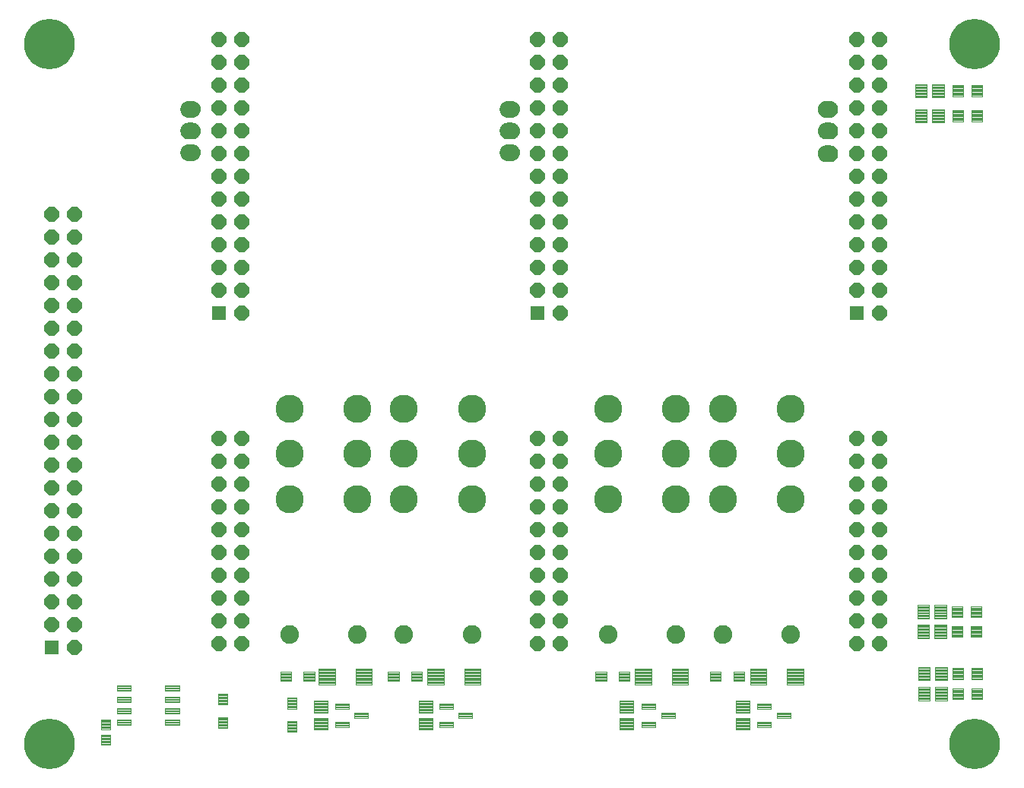
<source format=gts>
G75*
%MOIN*%
%OFA0B0*%
%FSLAX25Y25*%
%IPPOS*%
%LPD*%
%AMOC8*
5,1,8,0,0,1.08239X$1,22.5*
%
%ADD10C,0.12311*%
%ADD11C,0.08177*%
%ADD12C,0.00444*%
%ADD13C,0.00432*%
%ADD14C,0.00486*%
%ADD15C,0.00449*%
%ADD16C,0.00418*%
%ADD17OC8,0.06406*%
%ADD18R,0.06406X0.06406*%
%ADD19C,0.00100*%
%ADD20C,0.00487*%
%ADD21C,0.22154*%
D10*
X0172752Y0143933D03*
X0172752Y0163776D03*
X0172752Y0183618D03*
X0202516Y0183618D03*
X0222949Y0183618D03*
X0222949Y0163776D03*
X0202516Y0163776D03*
X0202516Y0143933D03*
X0222949Y0143933D03*
X0252713Y0143933D03*
X0252713Y0163776D03*
X0252713Y0183618D03*
X0312516Y0183634D03*
X0312516Y0163791D03*
X0312516Y0143949D03*
X0342280Y0143949D03*
X0362713Y0143933D03*
X0362713Y0163776D03*
X0342280Y0163791D03*
X0342280Y0183634D03*
X0362713Y0183618D03*
X0392476Y0183618D03*
X0392476Y0163776D03*
X0392476Y0143933D03*
D11*
X0392476Y0084406D03*
X0362713Y0084406D03*
X0342280Y0084421D03*
X0312516Y0084421D03*
X0252713Y0084406D03*
X0222949Y0084406D03*
X0202516Y0084406D03*
X0172752Y0084406D03*
D12*
X0173418Y0064032D02*
X0168638Y0064032D01*
X0168638Y0068024D01*
X0173418Y0068024D01*
X0173418Y0064032D01*
X0173418Y0064475D02*
X0168638Y0064475D01*
X0168638Y0064918D02*
X0173418Y0064918D01*
X0173418Y0065361D02*
X0168638Y0065361D01*
X0168638Y0065804D02*
X0173418Y0065804D01*
X0173418Y0066247D02*
X0168638Y0066247D01*
X0168638Y0066690D02*
X0173418Y0066690D01*
X0173418Y0067133D02*
X0168638Y0067133D01*
X0168638Y0067576D02*
X0173418Y0067576D01*
X0173418Y0068019D02*
X0168638Y0068019D01*
X0178874Y0064032D02*
X0183654Y0064032D01*
X0178874Y0064032D02*
X0178874Y0068024D01*
X0183654Y0068024D01*
X0183654Y0064032D01*
X0183654Y0064475D02*
X0178874Y0064475D01*
X0178874Y0064918D02*
X0183654Y0064918D01*
X0183654Y0065361D02*
X0178874Y0065361D01*
X0178874Y0065804D02*
X0183654Y0065804D01*
X0183654Y0066247D02*
X0178874Y0066247D01*
X0178874Y0066690D02*
X0183654Y0066690D01*
X0183654Y0067133D02*
X0178874Y0067133D01*
X0178874Y0067576D02*
X0183654Y0067576D01*
X0183654Y0068019D02*
X0178874Y0068019D01*
X0171650Y0056786D02*
X0171650Y0052006D01*
X0171650Y0056786D02*
X0175642Y0056786D01*
X0175642Y0052006D01*
X0171650Y0052006D01*
X0171650Y0052449D02*
X0175642Y0052449D01*
X0175642Y0052892D02*
X0171650Y0052892D01*
X0171650Y0053335D02*
X0175642Y0053335D01*
X0175642Y0053778D02*
X0171650Y0053778D01*
X0171650Y0054221D02*
X0175642Y0054221D01*
X0175642Y0054664D02*
X0171650Y0054664D01*
X0171650Y0055107D02*
X0175642Y0055107D01*
X0175642Y0055550D02*
X0171650Y0055550D01*
X0171650Y0055993D02*
X0175642Y0055993D01*
X0175642Y0056436D02*
X0171650Y0056436D01*
X0171650Y0046549D02*
X0171650Y0041769D01*
X0171650Y0046549D02*
X0175642Y0046549D01*
X0175642Y0041769D01*
X0171650Y0041769D01*
X0171650Y0042212D02*
X0175642Y0042212D01*
X0175642Y0042655D02*
X0171650Y0042655D01*
X0171650Y0043098D02*
X0175642Y0043098D01*
X0175642Y0043541D02*
X0171650Y0043541D01*
X0171650Y0043984D02*
X0175642Y0043984D01*
X0175642Y0044427D02*
X0171650Y0044427D01*
X0171650Y0044870D02*
X0175642Y0044870D01*
X0175642Y0045313D02*
X0171650Y0045313D01*
X0171650Y0045756D02*
X0175642Y0045756D01*
X0175642Y0046199D02*
X0171650Y0046199D01*
X0145392Y0048299D02*
X0145392Y0043519D01*
X0141400Y0043519D01*
X0141400Y0048299D01*
X0145392Y0048299D01*
X0145392Y0043962D02*
X0141400Y0043962D01*
X0141400Y0044405D02*
X0145392Y0044405D01*
X0145392Y0044848D02*
X0141400Y0044848D01*
X0141400Y0045291D02*
X0145392Y0045291D01*
X0145392Y0045734D02*
X0141400Y0045734D01*
X0141400Y0046177D02*
X0145392Y0046177D01*
X0145392Y0046620D02*
X0141400Y0046620D01*
X0141400Y0047063D02*
X0145392Y0047063D01*
X0145392Y0047506D02*
X0141400Y0047506D01*
X0141400Y0047949D02*
X0145392Y0047949D01*
X0145392Y0053756D02*
X0145392Y0058536D01*
X0145392Y0053756D02*
X0141400Y0053756D01*
X0141400Y0058536D01*
X0145392Y0058536D01*
X0145392Y0054199D02*
X0141400Y0054199D01*
X0141400Y0054642D02*
X0145392Y0054642D01*
X0145392Y0055085D02*
X0141400Y0055085D01*
X0141400Y0055528D02*
X0145392Y0055528D01*
X0145392Y0055971D02*
X0141400Y0055971D01*
X0141400Y0056414D02*
X0145392Y0056414D01*
X0145392Y0056857D02*
X0141400Y0056857D01*
X0141400Y0057300D02*
X0145392Y0057300D01*
X0145392Y0057743D02*
X0141400Y0057743D01*
X0141400Y0058186D02*
X0145392Y0058186D01*
X0090150Y0047317D02*
X0090150Y0042931D01*
X0090150Y0047317D02*
X0094142Y0047317D01*
X0094142Y0042931D01*
X0090150Y0042931D01*
X0090150Y0043374D02*
X0094142Y0043374D01*
X0094142Y0043817D02*
X0090150Y0043817D01*
X0090150Y0044260D02*
X0094142Y0044260D01*
X0094142Y0044703D02*
X0090150Y0044703D01*
X0090150Y0045146D02*
X0094142Y0045146D01*
X0094142Y0045589D02*
X0090150Y0045589D01*
X0090150Y0046032D02*
X0094142Y0046032D01*
X0094142Y0046475D02*
X0090150Y0046475D01*
X0090150Y0046918D02*
X0094142Y0046918D01*
X0090150Y0040624D02*
X0090150Y0036238D01*
X0090150Y0040624D02*
X0094142Y0040624D01*
X0094142Y0036238D01*
X0090150Y0036238D01*
X0090150Y0036681D02*
X0094142Y0036681D01*
X0094142Y0037124D02*
X0090150Y0037124D01*
X0090150Y0037567D02*
X0094142Y0037567D01*
X0094142Y0038010D02*
X0090150Y0038010D01*
X0090150Y0038453D02*
X0094142Y0038453D01*
X0094142Y0038896D02*
X0090150Y0038896D01*
X0090150Y0039339D02*
X0094142Y0039339D01*
X0094142Y0039782D02*
X0090150Y0039782D01*
X0090150Y0040225D02*
X0094142Y0040225D01*
X0215888Y0064032D02*
X0220668Y0064032D01*
X0215888Y0064032D02*
X0215888Y0068024D01*
X0220668Y0068024D01*
X0220668Y0064032D01*
X0220668Y0064475D02*
X0215888Y0064475D01*
X0215888Y0064918D02*
X0220668Y0064918D01*
X0220668Y0065361D02*
X0215888Y0065361D01*
X0215888Y0065804D02*
X0220668Y0065804D01*
X0220668Y0066247D02*
X0215888Y0066247D01*
X0215888Y0066690D02*
X0220668Y0066690D01*
X0220668Y0067133D02*
X0215888Y0067133D01*
X0215888Y0067576D02*
X0220668Y0067576D01*
X0220668Y0068019D02*
X0215888Y0068019D01*
X0226124Y0064032D02*
X0230904Y0064032D01*
X0226124Y0064032D02*
X0226124Y0068024D01*
X0230904Y0068024D01*
X0230904Y0064032D01*
X0230904Y0064475D02*
X0226124Y0064475D01*
X0226124Y0064918D02*
X0230904Y0064918D01*
X0230904Y0065361D02*
X0226124Y0065361D01*
X0226124Y0065804D02*
X0230904Y0065804D01*
X0230904Y0066247D02*
X0226124Y0066247D01*
X0226124Y0066690D02*
X0230904Y0066690D01*
X0230904Y0067133D02*
X0226124Y0067133D01*
X0226124Y0067576D02*
X0230904Y0067576D01*
X0230904Y0068019D02*
X0226124Y0068019D01*
X0306888Y0064032D02*
X0311668Y0064032D01*
X0306888Y0064032D02*
X0306888Y0068024D01*
X0311668Y0068024D01*
X0311668Y0064032D01*
X0311668Y0064475D02*
X0306888Y0064475D01*
X0306888Y0064918D02*
X0311668Y0064918D01*
X0311668Y0065361D02*
X0306888Y0065361D01*
X0306888Y0065804D02*
X0311668Y0065804D01*
X0311668Y0066247D02*
X0306888Y0066247D01*
X0306888Y0066690D02*
X0311668Y0066690D01*
X0311668Y0067133D02*
X0306888Y0067133D01*
X0306888Y0067576D02*
X0311668Y0067576D01*
X0311668Y0068019D02*
X0306888Y0068019D01*
X0317124Y0064032D02*
X0321904Y0064032D01*
X0317124Y0064032D02*
X0317124Y0068024D01*
X0321904Y0068024D01*
X0321904Y0064032D01*
X0321904Y0064475D02*
X0317124Y0064475D01*
X0317124Y0064918D02*
X0321904Y0064918D01*
X0321904Y0065361D02*
X0317124Y0065361D01*
X0317124Y0065804D02*
X0321904Y0065804D01*
X0321904Y0066247D02*
X0317124Y0066247D01*
X0317124Y0066690D02*
X0321904Y0066690D01*
X0321904Y0067133D02*
X0317124Y0067133D01*
X0317124Y0067576D02*
X0321904Y0067576D01*
X0321904Y0068019D02*
X0317124Y0068019D01*
X0357138Y0064032D02*
X0361918Y0064032D01*
X0357138Y0064032D02*
X0357138Y0068024D01*
X0361918Y0068024D01*
X0361918Y0064032D01*
X0361918Y0064475D02*
X0357138Y0064475D01*
X0357138Y0064918D02*
X0361918Y0064918D01*
X0361918Y0065361D02*
X0357138Y0065361D01*
X0357138Y0065804D02*
X0361918Y0065804D01*
X0361918Y0066247D02*
X0357138Y0066247D01*
X0357138Y0066690D02*
X0361918Y0066690D01*
X0361918Y0067133D02*
X0357138Y0067133D01*
X0357138Y0067576D02*
X0361918Y0067576D01*
X0361918Y0068019D02*
X0357138Y0068019D01*
X0367374Y0064032D02*
X0372154Y0064032D01*
X0367374Y0064032D02*
X0367374Y0068024D01*
X0372154Y0068024D01*
X0372154Y0064032D01*
X0372154Y0064475D02*
X0367374Y0064475D01*
X0367374Y0064918D02*
X0372154Y0064918D01*
X0372154Y0065361D02*
X0367374Y0065361D01*
X0367374Y0065804D02*
X0372154Y0065804D01*
X0372154Y0066247D02*
X0367374Y0066247D01*
X0367374Y0066690D02*
X0372154Y0066690D01*
X0372154Y0067133D02*
X0367374Y0067133D01*
X0367374Y0067576D02*
X0372154Y0067576D01*
X0372154Y0068019D02*
X0367374Y0068019D01*
D13*
X0374748Y0069408D02*
X0381902Y0069408D01*
X0381902Y0062648D01*
X0374748Y0062648D01*
X0374748Y0069408D01*
X0374748Y0063079D02*
X0381902Y0063079D01*
X0381902Y0063510D02*
X0374748Y0063510D01*
X0374748Y0063941D02*
X0381902Y0063941D01*
X0381902Y0064372D02*
X0374748Y0064372D01*
X0374748Y0064803D02*
X0381902Y0064803D01*
X0381902Y0065234D02*
X0374748Y0065234D01*
X0374748Y0065665D02*
X0381902Y0065665D01*
X0381902Y0066096D02*
X0374748Y0066096D01*
X0374748Y0066527D02*
X0381902Y0066527D01*
X0381902Y0066958D02*
X0374748Y0066958D01*
X0374748Y0067389D02*
X0381902Y0067389D01*
X0381902Y0067820D02*
X0374748Y0067820D01*
X0374748Y0068251D02*
X0381902Y0068251D01*
X0381902Y0068682D02*
X0374748Y0068682D01*
X0374748Y0069113D02*
X0381902Y0069113D01*
X0390890Y0069408D02*
X0398044Y0069408D01*
X0398044Y0062648D01*
X0390890Y0062648D01*
X0390890Y0069408D01*
X0390890Y0063079D02*
X0398044Y0063079D01*
X0398044Y0063510D02*
X0390890Y0063510D01*
X0390890Y0063941D02*
X0398044Y0063941D01*
X0398044Y0064372D02*
X0390890Y0064372D01*
X0390890Y0064803D02*
X0398044Y0064803D01*
X0398044Y0065234D02*
X0390890Y0065234D01*
X0390890Y0065665D02*
X0398044Y0065665D01*
X0398044Y0066096D02*
X0390890Y0066096D01*
X0390890Y0066527D02*
X0398044Y0066527D01*
X0398044Y0066958D02*
X0390890Y0066958D01*
X0390890Y0067389D02*
X0398044Y0067389D01*
X0398044Y0067820D02*
X0390890Y0067820D01*
X0390890Y0068251D02*
X0398044Y0068251D01*
X0398044Y0068682D02*
X0390890Y0068682D01*
X0390890Y0069113D02*
X0398044Y0069113D01*
X0347544Y0069408D02*
X0340390Y0069408D01*
X0347544Y0069408D02*
X0347544Y0062648D01*
X0340390Y0062648D01*
X0340390Y0069408D01*
X0340390Y0063079D02*
X0347544Y0063079D01*
X0347544Y0063510D02*
X0340390Y0063510D01*
X0340390Y0063941D02*
X0347544Y0063941D01*
X0347544Y0064372D02*
X0340390Y0064372D01*
X0340390Y0064803D02*
X0347544Y0064803D01*
X0347544Y0065234D02*
X0340390Y0065234D01*
X0340390Y0065665D02*
X0347544Y0065665D01*
X0347544Y0066096D02*
X0340390Y0066096D01*
X0340390Y0066527D02*
X0347544Y0066527D01*
X0347544Y0066958D02*
X0340390Y0066958D01*
X0340390Y0067389D02*
X0347544Y0067389D01*
X0347544Y0067820D02*
X0340390Y0067820D01*
X0340390Y0068251D02*
X0347544Y0068251D01*
X0347544Y0068682D02*
X0340390Y0068682D01*
X0340390Y0069113D02*
X0347544Y0069113D01*
X0331402Y0069408D02*
X0324248Y0069408D01*
X0331402Y0069408D02*
X0331402Y0062648D01*
X0324248Y0062648D01*
X0324248Y0069408D01*
X0324248Y0063079D02*
X0331402Y0063079D01*
X0331402Y0063510D02*
X0324248Y0063510D01*
X0324248Y0063941D02*
X0331402Y0063941D01*
X0331402Y0064372D02*
X0324248Y0064372D01*
X0324248Y0064803D02*
X0331402Y0064803D01*
X0331402Y0065234D02*
X0324248Y0065234D01*
X0324248Y0065665D02*
X0331402Y0065665D01*
X0331402Y0066096D02*
X0324248Y0066096D01*
X0324248Y0066527D02*
X0331402Y0066527D01*
X0331402Y0066958D02*
X0324248Y0066958D01*
X0324248Y0067389D02*
X0331402Y0067389D01*
X0331402Y0067820D02*
X0324248Y0067820D01*
X0324248Y0068251D02*
X0331402Y0068251D01*
X0331402Y0068682D02*
X0324248Y0068682D01*
X0324248Y0069113D02*
X0331402Y0069113D01*
X0256544Y0069408D02*
X0249390Y0069408D01*
X0256544Y0069408D02*
X0256544Y0062648D01*
X0249390Y0062648D01*
X0249390Y0069408D01*
X0249390Y0063079D02*
X0256544Y0063079D01*
X0256544Y0063510D02*
X0249390Y0063510D01*
X0249390Y0063941D02*
X0256544Y0063941D01*
X0256544Y0064372D02*
X0249390Y0064372D01*
X0249390Y0064803D02*
X0256544Y0064803D01*
X0256544Y0065234D02*
X0249390Y0065234D01*
X0249390Y0065665D02*
X0256544Y0065665D01*
X0256544Y0066096D02*
X0249390Y0066096D01*
X0249390Y0066527D02*
X0256544Y0066527D01*
X0256544Y0066958D02*
X0249390Y0066958D01*
X0249390Y0067389D02*
X0256544Y0067389D01*
X0256544Y0067820D02*
X0249390Y0067820D01*
X0249390Y0068251D02*
X0256544Y0068251D01*
X0256544Y0068682D02*
X0249390Y0068682D01*
X0249390Y0069113D02*
X0256544Y0069113D01*
X0240402Y0069408D02*
X0233248Y0069408D01*
X0240402Y0069408D02*
X0240402Y0062648D01*
X0233248Y0062648D01*
X0233248Y0069408D01*
X0233248Y0063079D02*
X0240402Y0063079D01*
X0240402Y0063510D02*
X0233248Y0063510D01*
X0233248Y0063941D02*
X0240402Y0063941D01*
X0240402Y0064372D02*
X0233248Y0064372D01*
X0233248Y0064803D02*
X0240402Y0064803D01*
X0240402Y0065234D02*
X0233248Y0065234D01*
X0233248Y0065665D02*
X0240402Y0065665D01*
X0240402Y0066096D02*
X0233248Y0066096D01*
X0233248Y0066527D02*
X0240402Y0066527D01*
X0240402Y0066958D02*
X0233248Y0066958D01*
X0233248Y0067389D02*
X0240402Y0067389D01*
X0240402Y0067820D02*
X0233248Y0067820D01*
X0233248Y0068251D02*
X0240402Y0068251D01*
X0240402Y0068682D02*
X0233248Y0068682D01*
X0233248Y0069113D02*
X0240402Y0069113D01*
X0208794Y0069408D02*
X0201640Y0069408D01*
X0208794Y0069408D02*
X0208794Y0062648D01*
X0201640Y0062648D01*
X0201640Y0069408D01*
X0201640Y0063079D02*
X0208794Y0063079D01*
X0208794Y0063510D02*
X0201640Y0063510D01*
X0201640Y0063941D02*
X0208794Y0063941D01*
X0208794Y0064372D02*
X0201640Y0064372D01*
X0201640Y0064803D02*
X0208794Y0064803D01*
X0208794Y0065234D02*
X0201640Y0065234D01*
X0201640Y0065665D02*
X0208794Y0065665D01*
X0208794Y0066096D02*
X0201640Y0066096D01*
X0201640Y0066527D02*
X0208794Y0066527D01*
X0208794Y0066958D02*
X0201640Y0066958D01*
X0201640Y0067389D02*
X0208794Y0067389D01*
X0208794Y0067820D02*
X0201640Y0067820D01*
X0201640Y0068251D02*
X0208794Y0068251D01*
X0208794Y0068682D02*
X0201640Y0068682D01*
X0201640Y0069113D02*
X0208794Y0069113D01*
X0192652Y0069408D02*
X0185498Y0069408D01*
X0192652Y0069408D02*
X0192652Y0062648D01*
X0185498Y0062648D01*
X0185498Y0069408D01*
X0185498Y0063079D02*
X0192652Y0063079D01*
X0192652Y0063510D02*
X0185498Y0063510D01*
X0185498Y0063941D02*
X0192652Y0063941D01*
X0192652Y0064372D02*
X0185498Y0064372D01*
X0185498Y0064803D02*
X0192652Y0064803D01*
X0192652Y0065234D02*
X0185498Y0065234D01*
X0185498Y0065665D02*
X0192652Y0065665D01*
X0192652Y0066096D02*
X0185498Y0066096D01*
X0185498Y0066527D02*
X0192652Y0066527D01*
X0192652Y0066958D02*
X0185498Y0066958D01*
X0185498Y0067389D02*
X0192652Y0067389D01*
X0192652Y0067820D02*
X0185498Y0067820D01*
X0185498Y0068251D02*
X0192652Y0068251D01*
X0192652Y0068682D02*
X0185498Y0068682D01*
X0185498Y0069113D02*
X0192652Y0069113D01*
D14*
X0192639Y0051921D02*
X0198653Y0051921D01*
X0192639Y0051921D02*
X0192639Y0054135D01*
X0198653Y0054135D01*
X0198653Y0051921D01*
X0198653Y0052406D02*
X0192639Y0052406D01*
X0192639Y0052891D02*
X0198653Y0052891D01*
X0198653Y0053376D02*
X0192639Y0053376D01*
X0192639Y0053861D02*
X0198653Y0053861D01*
X0201139Y0047921D02*
X0207153Y0047921D01*
X0201139Y0047921D02*
X0201139Y0050135D01*
X0207153Y0050135D01*
X0207153Y0047921D01*
X0207153Y0048406D02*
X0201139Y0048406D01*
X0201139Y0048891D02*
X0207153Y0048891D01*
X0207153Y0049376D02*
X0201139Y0049376D01*
X0201139Y0049861D02*
X0207153Y0049861D01*
X0198653Y0043921D02*
X0192639Y0043921D01*
X0192639Y0046135D01*
X0198653Y0046135D01*
X0198653Y0043921D01*
X0198653Y0044406D02*
X0192639Y0044406D01*
X0192639Y0044891D02*
X0198653Y0044891D01*
X0198653Y0045376D02*
X0192639Y0045376D01*
X0192639Y0045861D02*
X0198653Y0045861D01*
X0238339Y0043921D02*
X0244353Y0043921D01*
X0238339Y0043921D02*
X0238339Y0046135D01*
X0244353Y0046135D01*
X0244353Y0043921D01*
X0244353Y0044406D02*
X0238339Y0044406D01*
X0238339Y0044891D02*
X0244353Y0044891D01*
X0244353Y0045376D02*
X0238339Y0045376D01*
X0238339Y0045861D02*
X0244353Y0045861D01*
X0246839Y0047921D02*
X0252853Y0047921D01*
X0246839Y0047921D02*
X0246839Y0050135D01*
X0252853Y0050135D01*
X0252853Y0047921D01*
X0252853Y0048406D02*
X0246839Y0048406D01*
X0246839Y0048891D02*
X0252853Y0048891D01*
X0252853Y0049376D02*
X0246839Y0049376D01*
X0246839Y0049861D02*
X0252853Y0049861D01*
X0244353Y0051921D02*
X0238339Y0051921D01*
X0238339Y0054135D01*
X0244353Y0054135D01*
X0244353Y0051921D01*
X0244353Y0052406D02*
X0238339Y0052406D01*
X0238339Y0052891D02*
X0244353Y0052891D01*
X0244353Y0053376D02*
X0238339Y0053376D01*
X0238339Y0053861D02*
X0244353Y0053861D01*
X0327139Y0051921D02*
X0333153Y0051921D01*
X0327139Y0051921D02*
X0327139Y0054135D01*
X0333153Y0054135D01*
X0333153Y0051921D01*
X0333153Y0052406D02*
X0327139Y0052406D01*
X0327139Y0052891D02*
X0333153Y0052891D01*
X0333153Y0053376D02*
X0327139Y0053376D01*
X0327139Y0053861D02*
X0333153Y0053861D01*
X0335639Y0047921D02*
X0341653Y0047921D01*
X0335639Y0047921D02*
X0335639Y0050135D01*
X0341653Y0050135D01*
X0341653Y0047921D01*
X0341653Y0048406D02*
X0335639Y0048406D01*
X0335639Y0048891D02*
X0341653Y0048891D01*
X0341653Y0049376D02*
X0335639Y0049376D01*
X0335639Y0049861D02*
X0341653Y0049861D01*
X0333153Y0043921D02*
X0327139Y0043921D01*
X0327139Y0046135D01*
X0333153Y0046135D01*
X0333153Y0043921D01*
X0333153Y0044406D02*
X0327139Y0044406D01*
X0327139Y0044891D02*
X0333153Y0044891D01*
X0333153Y0045376D02*
X0327139Y0045376D01*
X0327139Y0045861D02*
X0333153Y0045861D01*
X0377889Y0043921D02*
X0383903Y0043921D01*
X0377889Y0043921D02*
X0377889Y0046135D01*
X0383903Y0046135D01*
X0383903Y0043921D01*
X0383903Y0044406D02*
X0377889Y0044406D01*
X0377889Y0044891D02*
X0383903Y0044891D01*
X0383903Y0045376D02*
X0377889Y0045376D01*
X0377889Y0045861D02*
X0383903Y0045861D01*
X0386389Y0047921D02*
X0392403Y0047921D01*
X0386389Y0047921D02*
X0386389Y0050135D01*
X0392403Y0050135D01*
X0392403Y0047921D01*
X0392403Y0048406D02*
X0386389Y0048406D01*
X0386389Y0048891D02*
X0392403Y0048891D01*
X0392403Y0049376D02*
X0386389Y0049376D01*
X0386389Y0049861D02*
X0392403Y0049861D01*
X0383903Y0051921D02*
X0377889Y0051921D01*
X0377889Y0054135D01*
X0383903Y0054135D01*
X0383903Y0051921D01*
X0383903Y0052406D02*
X0377889Y0052406D01*
X0377889Y0052891D02*
X0383903Y0052891D01*
X0383903Y0053376D02*
X0377889Y0053376D01*
X0377889Y0053861D02*
X0383903Y0053861D01*
D15*
X0374375Y0055353D02*
X0374375Y0050183D01*
X0368417Y0050183D01*
X0368417Y0055353D01*
X0374375Y0055353D01*
X0374375Y0050631D02*
X0368417Y0050631D01*
X0368417Y0051079D02*
X0374375Y0051079D01*
X0374375Y0051527D02*
X0368417Y0051527D01*
X0368417Y0051975D02*
X0374375Y0051975D01*
X0374375Y0052423D02*
X0368417Y0052423D01*
X0368417Y0052871D02*
X0374375Y0052871D01*
X0374375Y0053319D02*
X0368417Y0053319D01*
X0368417Y0053767D02*
X0374375Y0053767D01*
X0374375Y0054215D02*
X0368417Y0054215D01*
X0368417Y0054663D02*
X0374375Y0054663D01*
X0374375Y0055111D02*
X0368417Y0055111D01*
X0374375Y0047872D02*
X0374375Y0042702D01*
X0368417Y0042702D01*
X0368417Y0047872D01*
X0374375Y0047872D01*
X0374375Y0043150D02*
X0368417Y0043150D01*
X0368417Y0043598D02*
X0374375Y0043598D01*
X0374375Y0044046D02*
X0368417Y0044046D01*
X0368417Y0044494D02*
X0374375Y0044494D01*
X0374375Y0044942D02*
X0368417Y0044942D01*
X0368417Y0045390D02*
X0374375Y0045390D01*
X0374375Y0045838D02*
X0368417Y0045838D01*
X0368417Y0046286D02*
X0374375Y0046286D01*
X0374375Y0046734D02*
X0368417Y0046734D01*
X0368417Y0047182D02*
X0374375Y0047182D01*
X0374375Y0047630D02*
X0368417Y0047630D01*
X0323375Y0047872D02*
X0323375Y0042702D01*
X0317417Y0042702D01*
X0317417Y0047872D01*
X0323375Y0047872D01*
X0323375Y0043150D02*
X0317417Y0043150D01*
X0317417Y0043598D02*
X0323375Y0043598D01*
X0323375Y0044046D02*
X0317417Y0044046D01*
X0317417Y0044494D02*
X0323375Y0044494D01*
X0323375Y0044942D02*
X0317417Y0044942D01*
X0317417Y0045390D02*
X0323375Y0045390D01*
X0323375Y0045838D02*
X0317417Y0045838D01*
X0317417Y0046286D02*
X0323375Y0046286D01*
X0323375Y0046734D02*
X0317417Y0046734D01*
X0317417Y0047182D02*
X0323375Y0047182D01*
X0323375Y0047630D02*
X0317417Y0047630D01*
X0323375Y0050183D02*
X0323375Y0055353D01*
X0323375Y0050183D02*
X0317417Y0050183D01*
X0317417Y0055353D01*
X0323375Y0055353D01*
X0323375Y0050631D02*
X0317417Y0050631D01*
X0317417Y0051079D02*
X0323375Y0051079D01*
X0323375Y0051527D02*
X0317417Y0051527D01*
X0317417Y0051975D02*
X0323375Y0051975D01*
X0323375Y0052423D02*
X0317417Y0052423D01*
X0317417Y0052871D02*
X0323375Y0052871D01*
X0323375Y0053319D02*
X0317417Y0053319D01*
X0317417Y0053767D02*
X0323375Y0053767D01*
X0323375Y0054215D02*
X0317417Y0054215D01*
X0317417Y0054663D02*
X0323375Y0054663D01*
X0323375Y0055111D02*
X0317417Y0055111D01*
X0235375Y0055353D02*
X0235375Y0050183D01*
X0229417Y0050183D01*
X0229417Y0055353D01*
X0235375Y0055353D01*
X0235375Y0050631D02*
X0229417Y0050631D01*
X0229417Y0051079D02*
X0235375Y0051079D01*
X0235375Y0051527D02*
X0229417Y0051527D01*
X0229417Y0051975D02*
X0235375Y0051975D01*
X0235375Y0052423D02*
X0229417Y0052423D01*
X0229417Y0052871D02*
X0235375Y0052871D01*
X0235375Y0053319D02*
X0229417Y0053319D01*
X0229417Y0053767D02*
X0235375Y0053767D01*
X0235375Y0054215D02*
X0229417Y0054215D01*
X0229417Y0054663D02*
X0235375Y0054663D01*
X0235375Y0055111D02*
X0229417Y0055111D01*
X0235375Y0047872D02*
X0235375Y0042702D01*
X0229417Y0042702D01*
X0229417Y0047872D01*
X0235375Y0047872D01*
X0235375Y0043150D02*
X0229417Y0043150D01*
X0229417Y0043598D02*
X0235375Y0043598D01*
X0235375Y0044046D02*
X0229417Y0044046D01*
X0229417Y0044494D02*
X0235375Y0044494D01*
X0235375Y0044942D02*
X0229417Y0044942D01*
X0229417Y0045390D02*
X0235375Y0045390D01*
X0235375Y0045838D02*
X0229417Y0045838D01*
X0229417Y0046286D02*
X0235375Y0046286D01*
X0235375Y0046734D02*
X0229417Y0046734D01*
X0229417Y0047182D02*
X0235375Y0047182D01*
X0235375Y0047630D02*
X0229417Y0047630D01*
X0189375Y0047872D02*
X0189375Y0042702D01*
X0183417Y0042702D01*
X0183417Y0047872D01*
X0189375Y0047872D01*
X0189375Y0043150D02*
X0183417Y0043150D01*
X0183417Y0043598D02*
X0189375Y0043598D01*
X0189375Y0044046D02*
X0183417Y0044046D01*
X0183417Y0044494D02*
X0189375Y0044494D01*
X0189375Y0044942D02*
X0183417Y0044942D01*
X0183417Y0045390D02*
X0189375Y0045390D01*
X0189375Y0045838D02*
X0183417Y0045838D01*
X0183417Y0046286D02*
X0189375Y0046286D01*
X0189375Y0046734D02*
X0183417Y0046734D01*
X0183417Y0047182D02*
X0189375Y0047182D01*
X0189375Y0047630D02*
X0183417Y0047630D01*
X0189375Y0050183D02*
X0189375Y0055353D01*
X0189375Y0050183D02*
X0183417Y0050183D01*
X0183417Y0055353D01*
X0189375Y0055353D01*
X0189375Y0050631D02*
X0183417Y0050631D01*
X0183417Y0051079D02*
X0189375Y0051079D01*
X0189375Y0051527D02*
X0183417Y0051527D01*
X0183417Y0051975D02*
X0189375Y0051975D01*
X0189375Y0052423D02*
X0183417Y0052423D01*
X0183417Y0052871D02*
X0189375Y0052871D01*
X0189375Y0053319D02*
X0183417Y0053319D01*
X0183417Y0053767D02*
X0189375Y0053767D01*
X0189375Y0054215D02*
X0183417Y0054215D01*
X0183417Y0054663D02*
X0189375Y0054663D01*
X0189375Y0055111D02*
X0183417Y0055111D01*
X0448371Y0061557D02*
X0453541Y0061557D01*
X0453541Y0055599D01*
X0448371Y0055599D01*
X0448371Y0061557D01*
X0448371Y0056047D02*
X0453541Y0056047D01*
X0453541Y0056495D02*
X0448371Y0056495D01*
X0448371Y0056943D02*
X0453541Y0056943D01*
X0453541Y0057391D02*
X0448371Y0057391D01*
X0448371Y0057839D02*
X0453541Y0057839D01*
X0453541Y0058287D02*
X0448371Y0058287D01*
X0448371Y0058735D02*
X0453541Y0058735D01*
X0453541Y0059183D02*
X0448371Y0059183D01*
X0448371Y0059631D02*
X0453541Y0059631D01*
X0453541Y0060079D02*
X0448371Y0060079D01*
X0448371Y0060527D02*
X0453541Y0060527D01*
X0453541Y0060975D02*
X0448371Y0060975D01*
X0448371Y0061423D02*
X0453541Y0061423D01*
X0455851Y0061557D02*
X0461021Y0061557D01*
X0461021Y0055599D01*
X0455851Y0055599D01*
X0455851Y0061557D01*
X0455851Y0056047D02*
X0461021Y0056047D01*
X0461021Y0056495D02*
X0455851Y0056495D01*
X0455851Y0056943D02*
X0461021Y0056943D01*
X0461021Y0057391D02*
X0455851Y0057391D01*
X0455851Y0057839D02*
X0461021Y0057839D01*
X0461021Y0058287D02*
X0455851Y0058287D01*
X0455851Y0058735D02*
X0461021Y0058735D01*
X0461021Y0059183D02*
X0455851Y0059183D01*
X0455851Y0059631D02*
X0461021Y0059631D01*
X0461021Y0060079D02*
X0455851Y0060079D01*
X0455851Y0060527D02*
X0461021Y0060527D01*
X0461021Y0060975D02*
X0455851Y0060975D01*
X0455851Y0061423D02*
X0461021Y0061423D01*
X0461021Y0070307D02*
X0455851Y0070307D01*
X0461021Y0070307D02*
X0461021Y0064349D01*
X0455851Y0064349D01*
X0455851Y0070307D01*
X0455851Y0064797D02*
X0461021Y0064797D01*
X0461021Y0065245D02*
X0455851Y0065245D01*
X0455851Y0065693D02*
X0461021Y0065693D01*
X0461021Y0066141D02*
X0455851Y0066141D01*
X0455851Y0066589D02*
X0461021Y0066589D01*
X0461021Y0067037D02*
X0455851Y0067037D01*
X0455851Y0067485D02*
X0461021Y0067485D01*
X0461021Y0067933D02*
X0455851Y0067933D01*
X0455851Y0068381D02*
X0461021Y0068381D01*
X0461021Y0068829D02*
X0455851Y0068829D01*
X0455851Y0069277D02*
X0461021Y0069277D01*
X0461021Y0069725D02*
X0455851Y0069725D01*
X0455851Y0070173D02*
X0461021Y0070173D01*
X0453541Y0070307D02*
X0448371Y0070307D01*
X0453541Y0070307D02*
X0453541Y0064349D01*
X0448371Y0064349D01*
X0448371Y0070307D01*
X0448371Y0064797D02*
X0453541Y0064797D01*
X0453541Y0065245D02*
X0448371Y0065245D01*
X0448371Y0065693D02*
X0453541Y0065693D01*
X0453541Y0066141D02*
X0448371Y0066141D01*
X0448371Y0066589D02*
X0453541Y0066589D01*
X0453541Y0067037D02*
X0448371Y0067037D01*
X0448371Y0067485D02*
X0453541Y0067485D01*
X0453541Y0067933D02*
X0448371Y0067933D01*
X0448371Y0068381D02*
X0453541Y0068381D01*
X0453541Y0068829D02*
X0448371Y0068829D01*
X0448371Y0069277D02*
X0453541Y0069277D01*
X0453541Y0069725D02*
X0448371Y0069725D01*
X0448371Y0070173D02*
X0453541Y0070173D01*
X0453241Y0088757D02*
X0448071Y0088757D01*
X0453241Y0088757D02*
X0453241Y0082799D01*
X0448071Y0082799D01*
X0448071Y0088757D01*
X0448071Y0083247D02*
X0453241Y0083247D01*
X0453241Y0083695D02*
X0448071Y0083695D01*
X0448071Y0084143D02*
X0453241Y0084143D01*
X0453241Y0084591D02*
X0448071Y0084591D01*
X0448071Y0085039D02*
X0453241Y0085039D01*
X0453241Y0085487D02*
X0448071Y0085487D01*
X0448071Y0085935D02*
X0453241Y0085935D01*
X0453241Y0086383D02*
X0448071Y0086383D01*
X0448071Y0086831D02*
X0453241Y0086831D01*
X0453241Y0087279D02*
X0448071Y0087279D01*
X0448071Y0087727D02*
X0453241Y0087727D01*
X0453241Y0088175D02*
X0448071Y0088175D01*
X0448071Y0088623D02*
X0453241Y0088623D01*
X0455551Y0088757D02*
X0460721Y0088757D01*
X0460721Y0082799D01*
X0455551Y0082799D01*
X0455551Y0088757D01*
X0455551Y0083247D02*
X0460721Y0083247D01*
X0460721Y0083695D02*
X0455551Y0083695D01*
X0455551Y0084143D02*
X0460721Y0084143D01*
X0460721Y0084591D02*
X0455551Y0084591D01*
X0455551Y0085039D02*
X0460721Y0085039D01*
X0460721Y0085487D02*
X0455551Y0085487D01*
X0455551Y0085935D02*
X0460721Y0085935D01*
X0460721Y0086383D02*
X0455551Y0086383D01*
X0455551Y0086831D02*
X0460721Y0086831D01*
X0460721Y0087279D02*
X0455551Y0087279D01*
X0455551Y0087727D02*
X0460721Y0087727D01*
X0460721Y0088175D02*
X0455551Y0088175D01*
X0455551Y0088623D02*
X0460721Y0088623D01*
X0460721Y0097507D02*
X0455551Y0097507D01*
X0460721Y0097507D02*
X0460721Y0091549D01*
X0455551Y0091549D01*
X0455551Y0097507D01*
X0455551Y0091997D02*
X0460721Y0091997D01*
X0460721Y0092445D02*
X0455551Y0092445D01*
X0455551Y0092893D02*
X0460721Y0092893D01*
X0460721Y0093341D02*
X0455551Y0093341D01*
X0455551Y0093789D02*
X0460721Y0093789D01*
X0460721Y0094237D02*
X0455551Y0094237D01*
X0455551Y0094685D02*
X0460721Y0094685D01*
X0460721Y0095133D02*
X0455551Y0095133D01*
X0455551Y0095581D02*
X0460721Y0095581D01*
X0460721Y0096029D02*
X0455551Y0096029D01*
X0455551Y0096477D02*
X0460721Y0096477D01*
X0460721Y0096925D02*
X0455551Y0096925D01*
X0455551Y0097373D02*
X0460721Y0097373D01*
X0453241Y0097507D02*
X0448071Y0097507D01*
X0453241Y0097507D02*
X0453241Y0091549D01*
X0448071Y0091549D01*
X0448071Y0097507D01*
X0448071Y0091997D02*
X0453241Y0091997D01*
X0453241Y0092445D02*
X0448071Y0092445D01*
X0448071Y0092893D02*
X0453241Y0092893D01*
X0453241Y0093341D02*
X0448071Y0093341D01*
X0448071Y0093789D02*
X0453241Y0093789D01*
X0453241Y0094237D02*
X0448071Y0094237D01*
X0448071Y0094685D02*
X0453241Y0094685D01*
X0453241Y0095133D02*
X0448071Y0095133D01*
X0448071Y0095581D02*
X0453241Y0095581D01*
X0453241Y0096029D02*
X0448071Y0096029D01*
X0448071Y0096477D02*
X0453241Y0096477D01*
X0453241Y0096925D02*
X0448071Y0096925D01*
X0448071Y0097373D02*
X0453241Y0097373D01*
X0452241Y0309049D02*
X0447071Y0309049D01*
X0447071Y0315007D01*
X0452241Y0315007D01*
X0452241Y0309049D01*
X0452241Y0309497D02*
X0447071Y0309497D01*
X0447071Y0309945D02*
X0452241Y0309945D01*
X0452241Y0310393D02*
X0447071Y0310393D01*
X0447071Y0310841D02*
X0452241Y0310841D01*
X0452241Y0311289D02*
X0447071Y0311289D01*
X0447071Y0311737D02*
X0452241Y0311737D01*
X0452241Y0312185D02*
X0447071Y0312185D01*
X0447071Y0312633D02*
X0452241Y0312633D01*
X0452241Y0313081D02*
X0447071Y0313081D01*
X0447071Y0313529D02*
X0452241Y0313529D01*
X0452241Y0313977D02*
X0447071Y0313977D01*
X0447071Y0314425D02*
X0452241Y0314425D01*
X0452241Y0314873D02*
X0447071Y0314873D01*
X0447071Y0320049D02*
X0452241Y0320049D01*
X0447071Y0320049D02*
X0447071Y0326007D01*
X0452241Y0326007D01*
X0452241Y0320049D01*
X0452241Y0320497D02*
X0447071Y0320497D01*
X0447071Y0320945D02*
X0452241Y0320945D01*
X0452241Y0321393D02*
X0447071Y0321393D01*
X0447071Y0321841D02*
X0452241Y0321841D01*
X0452241Y0322289D02*
X0447071Y0322289D01*
X0447071Y0322737D02*
X0452241Y0322737D01*
X0452241Y0323185D02*
X0447071Y0323185D01*
X0447071Y0323633D02*
X0452241Y0323633D01*
X0452241Y0324081D02*
X0447071Y0324081D01*
X0447071Y0324529D02*
X0452241Y0324529D01*
X0452241Y0324977D02*
X0447071Y0324977D01*
X0447071Y0325425D02*
X0452241Y0325425D01*
X0452241Y0325873D02*
X0447071Y0325873D01*
X0454551Y0320049D02*
X0459721Y0320049D01*
X0454551Y0320049D02*
X0454551Y0326007D01*
X0459721Y0326007D01*
X0459721Y0320049D01*
X0459721Y0320497D02*
X0454551Y0320497D01*
X0454551Y0320945D02*
X0459721Y0320945D01*
X0459721Y0321393D02*
X0454551Y0321393D01*
X0454551Y0321841D02*
X0459721Y0321841D01*
X0459721Y0322289D02*
X0454551Y0322289D01*
X0454551Y0322737D02*
X0459721Y0322737D01*
X0459721Y0323185D02*
X0454551Y0323185D01*
X0454551Y0323633D02*
X0459721Y0323633D01*
X0459721Y0324081D02*
X0454551Y0324081D01*
X0454551Y0324529D02*
X0459721Y0324529D01*
X0459721Y0324977D02*
X0454551Y0324977D01*
X0454551Y0325425D02*
X0459721Y0325425D01*
X0459721Y0325873D02*
X0454551Y0325873D01*
X0454551Y0309049D02*
X0459721Y0309049D01*
X0454551Y0309049D02*
X0454551Y0315007D01*
X0459721Y0315007D01*
X0459721Y0309049D01*
X0459721Y0309497D02*
X0454551Y0309497D01*
X0454551Y0309945D02*
X0459721Y0309945D01*
X0459721Y0310393D02*
X0454551Y0310393D01*
X0454551Y0310841D02*
X0459721Y0310841D01*
X0459721Y0311289D02*
X0454551Y0311289D01*
X0454551Y0311737D02*
X0459721Y0311737D01*
X0459721Y0312185D02*
X0454551Y0312185D01*
X0454551Y0312633D02*
X0459721Y0312633D01*
X0459721Y0313081D02*
X0454551Y0313081D01*
X0454551Y0313529D02*
X0459721Y0313529D01*
X0459721Y0313977D02*
X0454551Y0313977D01*
X0454551Y0314425D02*
X0459721Y0314425D01*
X0459721Y0314873D02*
X0454551Y0314873D01*
D16*
X0463359Y0314431D02*
X0463359Y0309625D01*
X0463359Y0314431D02*
X0468165Y0314431D01*
X0468165Y0309625D01*
X0463359Y0309625D01*
X0463359Y0310042D02*
X0468165Y0310042D01*
X0468165Y0310459D02*
X0463359Y0310459D01*
X0463359Y0310876D02*
X0468165Y0310876D01*
X0468165Y0311293D02*
X0463359Y0311293D01*
X0463359Y0311710D02*
X0468165Y0311710D01*
X0468165Y0312127D02*
X0463359Y0312127D01*
X0463359Y0312544D02*
X0468165Y0312544D01*
X0468165Y0312961D02*
X0463359Y0312961D01*
X0463359Y0313378D02*
X0468165Y0313378D01*
X0468165Y0313795D02*
X0463359Y0313795D01*
X0463359Y0314212D02*
X0468165Y0314212D01*
X0471627Y0314431D02*
X0471627Y0309625D01*
X0471627Y0314431D02*
X0476433Y0314431D01*
X0476433Y0309625D01*
X0471627Y0309625D01*
X0471627Y0310042D02*
X0476433Y0310042D01*
X0476433Y0310459D02*
X0471627Y0310459D01*
X0471627Y0310876D02*
X0476433Y0310876D01*
X0476433Y0311293D02*
X0471627Y0311293D01*
X0471627Y0311710D02*
X0476433Y0311710D01*
X0476433Y0312127D02*
X0471627Y0312127D01*
X0471627Y0312544D02*
X0476433Y0312544D01*
X0476433Y0312961D02*
X0471627Y0312961D01*
X0471627Y0313378D02*
X0476433Y0313378D01*
X0476433Y0313795D02*
X0471627Y0313795D01*
X0471627Y0314212D02*
X0476433Y0314212D01*
X0471627Y0320625D02*
X0471627Y0325431D01*
X0476433Y0325431D01*
X0476433Y0320625D01*
X0471627Y0320625D01*
X0471627Y0321042D02*
X0476433Y0321042D01*
X0476433Y0321459D02*
X0471627Y0321459D01*
X0471627Y0321876D02*
X0476433Y0321876D01*
X0476433Y0322293D02*
X0471627Y0322293D01*
X0471627Y0322710D02*
X0476433Y0322710D01*
X0476433Y0323127D02*
X0471627Y0323127D01*
X0471627Y0323544D02*
X0476433Y0323544D01*
X0476433Y0323961D02*
X0471627Y0323961D01*
X0471627Y0324378D02*
X0476433Y0324378D01*
X0476433Y0324795D02*
X0471627Y0324795D01*
X0471627Y0325212D02*
X0476433Y0325212D01*
X0463359Y0325431D02*
X0463359Y0320625D01*
X0463359Y0325431D02*
X0468165Y0325431D01*
X0468165Y0320625D01*
X0463359Y0320625D01*
X0463359Y0321042D02*
X0468165Y0321042D01*
X0468165Y0321459D02*
X0463359Y0321459D01*
X0463359Y0321876D02*
X0468165Y0321876D01*
X0468165Y0322293D02*
X0463359Y0322293D01*
X0463359Y0322710D02*
X0468165Y0322710D01*
X0468165Y0323127D02*
X0463359Y0323127D01*
X0463359Y0323544D02*
X0468165Y0323544D01*
X0468165Y0323961D02*
X0463359Y0323961D01*
X0463359Y0324378D02*
X0468165Y0324378D01*
X0468165Y0324795D02*
X0463359Y0324795D01*
X0463359Y0325212D02*
X0468165Y0325212D01*
X0467915Y0096931D02*
X0467915Y0092125D01*
X0463109Y0092125D01*
X0463109Y0096931D01*
X0467915Y0096931D01*
X0467915Y0092542D02*
X0463109Y0092542D01*
X0463109Y0092959D02*
X0467915Y0092959D01*
X0467915Y0093376D02*
X0463109Y0093376D01*
X0463109Y0093793D02*
X0467915Y0093793D01*
X0467915Y0094210D02*
X0463109Y0094210D01*
X0463109Y0094627D02*
X0467915Y0094627D01*
X0467915Y0095044D02*
X0463109Y0095044D01*
X0463109Y0095461D02*
X0467915Y0095461D01*
X0467915Y0095878D02*
X0463109Y0095878D01*
X0463109Y0096295D02*
X0467915Y0096295D01*
X0467915Y0096712D02*
X0463109Y0096712D01*
X0476183Y0096931D02*
X0476183Y0092125D01*
X0471377Y0092125D01*
X0471377Y0096931D01*
X0476183Y0096931D01*
X0476183Y0092542D02*
X0471377Y0092542D01*
X0471377Y0092959D02*
X0476183Y0092959D01*
X0476183Y0093376D02*
X0471377Y0093376D01*
X0471377Y0093793D02*
X0476183Y0093793D01*
X0476183Y0094210D02*
X0471377Y0094210D01*
X0471377Y0094627D02*
X0476183Y0094627D01*
X0476183Y0095044D02*
X0471377Y0095044D01*
X0471377Y0095461D02*
X0476183Y0095461D01*
X0476183Y0095878D02*
X0471377Y0095878D01*
X0471377Y0096295D02*
X0476183Y0096295D01*
X0476183Y0096712D02*
X0471377Y0096712D01*
X0476183Y0088181D02*
X0476183Y0083375D01*
X0471377Y0083375D01*
X0471377Y0088181D01*
X0476183Y0088181D01*
X0476183Y0083792D02*
X0471377Y0083792D01*
X0471377Y0084209D02*
X0476183Y0084209D01*
X0476183Y0084626D02*
X0471377Y0084626D01*
X0471377Y0085043D02*
X0476183Y0085043D01*
X0476183Y0085460D02*
X0471377Y0085460D01*
X0471377Y0085877D02*
X0476183Y0085877D01*
X0476183Y0086294D02*
X0471377Y0086294D01*
X0471377Y0086711D02*
X0476183Y0086711D01*
X0476183Y0087128D02*
X0471377Y0087128D01*
X0471377Y0087545D02*
X0476183Y0087545D01*
X0476183Y0087962D02*
X0471377Y0087962D01*
X0467915Y0088181D02*
X0467915Y0083375D01*
X0463109Y0083375D01*
X0463109Y0088181D01*
X0467915Y0088181D01*
X0467915Y0083792D02*
X0463109Y0083792D01*
X0463109Y0084209D02*
X0467915Y0084209D01*
X0467915Y0084626D02*
X0463109Y0084626D01*
X0463109Y0085043D02*
X0467915Y0085043D01*
X0467915Y0085460D02*
X0463109Y0085460D01*
X0463109Y0085877D02*
X0467915Y0085877D01*
X0467915Y0086294D02*
X0463109Y0086294D01*
X0463109Y0086711D02*
X0467915Y0086711D01*
X0467915Y0087128D02*
X0463109Y0087128D01*
X0463109Y0087545D02*
X0467915Y0087545D01*
X0467915Y0087962D02*
X0463109Y0087962D01*
X0468165Y0069731D02*
X0468165Y0064925D01*
X0463359Y0064925D01*
X0463359Y0069731D01*
X0468165Y0069731D01*
X0468165Y0065342D02*
X0463359Y0065342D01*
X0463359Y0065759D02*
X0468165Y0065759D01*
X0468165Y0066176D02*
X0463359Y0066176D01*
X0463359Y0066593D02*
X0468165Y0066593D01*
X0468165Y0067010D02*
X0463359Y0067010D01*
X0463359Y0067427D02*
X0468165Y0067427D01*
X0468165Y0067844D02*
X0463359Y0067844D01*
X0463359Y0068261D02*
X0468165Y0068261D01*
X0468165Y0068678D02*
X0463359Y0068678D01*
X0463359Y0069095D02*
X0468165Y0069095D01*
X0468165Y0069512D02*
X0463359Y0069512D01*
X0476433Y0069731D02*
X0476433Y0064925D01*
X0471627Y0064925D01*
X0471627Y0069731D01*
X0476433Y0069731D01*
X0476433Y0065342D02*
X0471627Y0065342D01*
X0471627Y0065759D02*
X0476433Y0065759D01*
X0476433Y0066176D02*
X0471627Y0066176D01*
X0471627Y0066593D02*
X0476433Y0066593D01*
X0476433Y0067010D02*
X0471627Y0067010D01*
X0471627Y0067427D02*
X0476433Y0067427D01*
X0476433Y0067844D02*
X0471627Y0067844D01*
X0471627Y0068261D02*
X0476433Y0068261D01*
X0476433Y0068678D02*
X0471627Y0068678D01*
X0471627Y0069095D02*
X0476433Y0069095D01*
X0476433Y0069512D02*
X0471627Y0069512D01*
X0476433Y0060981D02*
X0476433Y0056175D01*
X0471627Y0056175D01*
X0471627Y0060981D01*
X0476433Y0060981D01*
X0476433Y0056592D02*
X0471627Y0056592D01*
X0471627Y0057009D02*
X0476433Y0057009D01*
X0476433Y0057426D02*
X0471627Y0057426D01*
X0471627Y0057843D02*
X0476433Y0057843D01*
X0476433Y0058260D02*
X0471627Y0058260D01*
X0471627Y0058677D02*
X0476433Y0058677D01*
X0476433Y0059094D02*
X0471627Y0059094D01*
X0471627Y0059511D02*
X0476433Y0059511D01*
X0476433Y0059928D02*
X0471627Y0059928D01*
X0471627Y0060345D02*
X0476433Y0060345D01*
X0476433Y0060762D02*
X0471627Y0060762D01*
X0468165Y0060981D02*
X0468165Y0056175D01*
X0463359Y0056175D01*
X0463359Y0060981D01*
X0468165Y0060981D01*
X0468165Y0056592D02*
X0463359Y0056592D01*
X0463359Y0057009D02*
X0468165Y0057009D01*
X0468165Y0057426D02*
X0463359Y0057426D01*
X0463359Y0057843D02*
X0468165Y0057843D01*
X0468165Y0058260D02*
X0463359Y0058260D01*
X0463359Y0058677D02*
X0468165Y0058677D01*
X0468165Y0059094D02*
X0463359Y0059094D01*
X0463359Y0059511D02*
X0468165Y0059511D01*
X0468165Y0059928D02*
X0463359Y0059928D01*
X0463359Y0060345D02*
X0468165Y0060345D01*
X0468165Y0060762D02*
X0463359Y0060762D01*
D17*
X0431335Y0080350D03*
X0421335Y0080350D03*
X0421335Y0090350D03*
X0431335Y0090350D03*
X0431335Y0100350D03*
X0421335Y0100350D03*
X0421335Y0110350D03*
X0431335Y0110350D03*
X0431335Y0120350D03*
X0421335Y0120350D03*
X0421335Y0130350D03*
X0431335Y0130350D03*
X0431335Y0140350D03*
X0421335Y0140350D03*
X0421335Y0150350D03*
X0431335Y0150350D03*
X0431335Y0160350D03*
X0421335Y0160350D03*
X0421335Y0170350D03*
X0431335Y0170350D03*
X0431335Y0225547D03*
X0431335Y0235547D03*
X0421335Y0235547D03*
X0421335Y0245547D03*
X0431335Y0245547D03*
X0431335Y0255547D03*
X0431335Y0265547D03*
X0421335Y0265547D03*
X0421335Y0255547D03*
X0421335Y0275547D03*
X0431335Y0275547D03*
X0431335Y0285547D03*
X0431335Y0295547D03*
X0421335Y0295547D03*
X0421335Y0285547D03*
X0421335Y0305547D03*
X0431335Y0305547D03*
X0431335Y0315547D03*
X0421335Y0315547D03*
X0421335Y0325547D03*
X0431335Y0325547D03*
X0431335Y0335547D03*
X0421335Y0335547D03*
X0421335Y0345547D03*
X0431335Y0345547D03*
X0291571Y0345547D03*
X0281571Y0345547D03*
X0281571Y0335547D03*
X0281571Y0325547D03*
X0291571Y0325547D03*
X0291571Y0335547D03*
X0291571Y0315547D03*
X0281571Y0315547D03*
X0281571Y0305547D03*
X0291571Y0305547D03*
X0291571Y0295547D03*
X0291571Y0285547D03*
X0281571Y0285547D03*
X0281571Y0295547D03*
X0281571Y0275547D03*
X0291571Y0275547D03*
X0291571Y0265547D03*
X0291571Y0255547D03*
X0281571Y0255547D03*
X0281571Y0265547D03*
X0281571Y0245547D03*
X0291571Y0245547D03*
X0291571Y0235547D03*
X0291571Y0225547D03*
X0281571Y0235547D03*
X0281571Y0170350D03*
X0291571Y0170350D03*
X0291571Y0160350D03*
X0291571Y0150350D03*
X0281571Y0150350D03*
X0281571Y0160350D03*
X0281571Y0140350D03*
X0291571Y0140350D03*
X0291571Y0130350D03*
X0291571Y0120350D03*
X0281571Y0120350D03*
X0281571Y0130350D03*
X0281571Y0110350D03*
X0291571Y0110350D03*
X0291571Y0100350D03*
X0291571Y0090350D03*
X0281571Y0090350D03*
X0281571Y0100350D03*
X0281571Y0080350D03*
X0291571Y0080350D03*
X0151807Y0080350D03*
X0141807Y0080350D03*
X0141807Y0090350D03*
X0151807Y0090350D03*
X0151807Y0100350D03*
X0141807Y0100350D03*
X0141807Y0110350D03*
X0151807Y0110350D03*
X0151807Y0120350D03*
X0141807Y0120350D03*
X0141807Y0130350D03*
X0151807Y0130350D03*
X0151807Y0140350D03*
X0141807Y0140350D03*
X0141807Y0150350D03*
X0151807Y0150350D03*
X0151807Y0160350D03*
X0141807Y0160350D03*
X0141807Y0170350D03*
X0151807Y0170350D03*
X0151807Y0225547D03*
X0151807Y0235547D03*
X0141807Y0235547D03*
X0141807Y0245547D03*
X0151807Y0245547D03*
X0151807Y0255547D03*
X0141807Y0255547D03*
X0141807Y0265547D03*
X0151807Y0265547D03*
X0151807Y0275547D03*
X0141807Y0275547D03*
X0141807Y0285547D03*
X0151807Y0285547D03*
X0151807Y0295547D03*
X0141807Y0295547D03*
X0141807Y0305547D03*
X0151807Y0305547D03*
X0151807Y0315547D03*
X0141807Y0315547D03*
X0141807Y0325547D03*
X0151807Y0325547D03*
X0151807Y0335547D03*
X0141807Y0335547D03*
X0141807Y0345547D03*
X0151807Y0345547D03*
X0078343Y0268776D03*
X0078343Y0258776D03*
X0068343Y0258776D03*
X0068343Y0268776D03*
X0068343Y0248776D03*
X0078343Y0248776D03*
X0078343Y0238776D03*
X0078343Y0228776D03*
X0068343Y0228776D03*
X0068343Y0238776D03*
X0068343Y0218776D03*
X0078343Y0218776D03*
X0078343Y0208776D03*
X0078343Y0198776D03*
X0068343Y0198776D03*
X0068343Y0208776D03*
X0068343Y0188776D03*
X0078343Y0188776D03*
X0078343Y0178776D03*
X0078343Y0168776D03*
X0068343Y0168776D03*
X0068343Y0178776D03*
X0068343Y0158776D03*
X0078343Y0158776D03*
X0078343Y0148776D03*
X0078343Y0138776D03*
X0068343Y0138776D03*
X0068343Y0148776D03*
X0068343Y0128776D03*
X0078343Y0128776D03*
X0078343Y0118776D03*
X0078343Y0108776D03*
X0068343Y0108776D03*
X0068343Y0118776D03*
X0068343Y0098776D03*
X0078343Y0098776D03*
X0078343Y0088776D03*
X0078343Y0078776D03*
X0068343Y0088776D03*
D18*
X0068343Y0078776D03*
X0141807Y0225547D03*
X0281571Y0225547D03*
X0421335Y0225547D03*
D19*
X0410078Y0292095D02*
X0410735Y0292294D01*
X0411340Y0292617D01*
X0411871Y0293053D01*
X0412306Y0293583D01*
X0412629Y0294188D01*
X0412828Y0294845D01*
X0412896Y0295528D01*
X0412828Y0296210D01*
X0412629Y0296867D01*
X0412306Y0297472D01*
X0411871Y0298002D01*
X0411340Y0298438D01*
X0410735Y0298761D01*
X0410078Y0298960D01*
X0409396Y0299028D01*
X0408646Y0299028D01*
X0408646Y0292028D01*
X0407896Y0292028D01*
X0407213Y0292095D01*
X0406556Y0292294D01*
X0405951Y0292617D01*
X0405421Y0293053D01*
X0404986Y0293583D01*
X0404662Y0294188D01*
X0404463Y0294845D01*
X0404396Y0295528D01*
X0404463Y0296210D01*
X0404662Y0296867D01*
X0404986Y0297472D01*
X0405421Y0298002D01*
X0405951Y0298438D01*
X0406556Y0298761D01*
X0407213Y0298960D01*
X0407896Y0299028D01*
X0408646Y0299028D01*
X0408646Y0292028D01*
X0409396Y0292028D01*
X0410078Y0292095D01*
X0410288Y0292158D02*
X0408646Y0292158D01*
X0407004Y0292158D01*
X0406679Y0292257D02*
X0408646Y0292257D01*
X0410612Y0292257D01*
X0410850Y0292355D02*
X0408646Y0292355D01*
X0406442Y0292355D01*
X0406257Y0292454D02*
X0408646Y0292454D01*
X0411034Y0292454D01*
X0411218Y0292552D02*
X0408646Y0292552D01*
X0406073Y0292552D01*
X0405910Y0292651D02*
X0408646Y0292651D01*
X0411381Y0292651D01*
X0411501Y0292749D02*
X0408646Y0292749D01*
X0405790Y0292749D01*
X0405670Y0292848D02*
X0408646Y0292848D01*
X0411621Y0292848D01*
X0411741Y0292946D02*
X0408646Y0292946D01*
X0405550Y0292946D01*
X0405430Y0293045D02*
X0408646Y0293045D01*
X0411861Y0293045D01*
X0411945Y0293143D02*
X0408646Y0293143D01*
X0405346Y0293143D01*
X0405266Y0293242D02*
X0408646Y0293242D01*
X0412026Y0293242D01*
X0412107Y0293340D02*
X0408646Y0293340D01*
X0405185Y0293340D01*
X0405104Y0293439D02*
X0408646Y0293439D01*
X0412188Y0293439D01*
X0412268Y0293537D02*
X0408646Y0293537D01*
X0405023Y0293537D01*
X0404957Y0293636D02*
X0408646Y0293636D01*
X0412334Y0293636D01*
X0412387Y0293734D02*
X0408646Y0293734D01*
X0404905Y0293734D01*
X0404852Y0293833D02*
X0408646Y0293833D01*
X0412439Y0293833D01*
X0412492Y0293931D02*
X0408646Y0293931D01*
X0404799Y0293931D01*
X0404747Y0294030D02*
X0408646Y0294030D01*
X0412545Y0294030D01*
X0412597Y0294129D02*
X0408646Y0294129D01*
X0404694Y0294129D01*
X0404650Y0294227D02*
X0408646Y0294227D01*
X0412641Y0294227D01*
X0412671Y0294326D02*
X0408646Y0294326D01*
X0404620Y0294326D01*
X0404591Y0294424D02*
X0408646Y0294424D01*
X0412701Y0294424D01*
X0412731Y0294523D02*
X0408646Y0294523D01*
X0404561Y0294523D01*
X0404531Y0294621D02*
X0408646Y0294621D01*
X0412761Y0294621D01*
X0412790Y0294720D02*
X0408646Y0294720D01*
X0404501Y0294720D01*
X0404471Y0294818D02*
X0408646Y0294818D01*
X0412820Y0294818D01*
X0412835Y0294917D02*
X0408646Y0294917D01*
X0404456Y0294917D01*
X0404446Y0295015D02*
X0408646Y0295015D01*
X0412845Y0295015D01*
X0412855Y0295114D02*
X0408646Y0295114D01*
X0404436Y0295114D01*
X0404427Y0295212D02*
X0408646Y0295212D01*
X0412865Y0295212D01*
X0412874Y0295311D02*
X0408646Y0295311D01*
X0404417Y0295311D01*
X0404407Y0295409D02*
X0408646Y0295409D01*
X0412884Y0295409D01*
X0412894Y0295508D02*
X0408646Y0295508D01*
X0404398Y0295508D01*
X0404403Y0295606D02*
X0408646Y0295606D01*
X0412888Y0295606D01*
X0412878Y0295705D02*
X0408646Y0295705D01*
X0404413Y0295705D01*
X0404423Y0295803D02*
X0408646Y0295803D01*
X0412869Y0295803D01*
X0412859Y0295902D02*
X0408646Y0295902D01*
X0404433Y0295902D01*
X0404442Y0296000D02*
X0408646Y0296000D01*
X0412849Y0296000D01*
X0412839Y0296099D02*
X0408646Y0296099D01*
X0404452Y0296099D01*
X0404462Y0296197D02*
X0408646Y0296197D01*
X0412830Y0296197D01*
X0412803Y0296296D02*
X0408646Y0296296D01*
X0404489Y0296296D01*
X0404519Y0296394D02*
X0408646Y0296394D01*
X0412773Y0296394D01*
X0412743Y0296493D02*
X0408646Y0296493D01*
X0404549Y0296493D01*
X0404578Y0296591D02*
X0408646Y0296591D01*
X0412713Y0296591D01*
X0412683Y0296690D02*
X0408646Y0296690D01*
X0404608Y0296690D01*
X0404638Y0296788D02*
X0408646Y0296788D01*
X0412653Y0296788D01*
X0412619Y0296887D02*
X0408646Y0296887D01*
X0404673Y0296887D01*
X0404725Y0296985D02*
X0408646Y0296985D01*
X0412566Y0296985D01*
X0412513Y0297084D02*
X0408646Y0297084D01*
X0404778Y0297084D01*
X0404831Y0297182D02*
X0408646Y0297182D01*
X0412461Y0297182D01*
X0412408Y0297281D02*
X0408646Y0297281D01*
X0404883Y0297281D01*
X0404936Y0297379D02*
X0408646Y0297379D01*
X0412355Y0297379D01*
X0412301Y0297478D02*
X0408646Y0297478D01*
X0404990Y0297478D01*
X0405071Y0297576D02*
X0408646Y0297576D01*
X0412220Y0297576D01*
X0412139Y0297675D02*
X0408646Y0297675D01*
X0405152Y0297675D01*
X0405233Y0297773D02*
X0408646Y0297773D01*
X0412058Y0297773D01*
X0411978Y0297872D02*
X0408646Y0297872D01*
X0405314Y0297872D01*
X0405395Y0297970D02*
X0408646Y0297970D01*
X0411897Y0297970D01*
X0411789Y0298069D02*
X0408646Y0298069D01*
X0405502Y0298069D01*
X0405622Y0298167D02*
X0408646Y0298167D01*
X0411669Y0298167D01*
X0411549Y0298266D02*
X0408646Y0298266D01*
X0405742Y0298266D01*
X0405862Y0298364D02*
X0408646Y0298364D01*
X0411429Y0298364D01*
X0411293Y0298463D02*
X0408646Y0298463D01*
X0405999Y0298463D01*
X0406183Y0298562D02*
X0408646Y0298562D01*
X0411109Y0298562D01*
X0410924Y0298660D02*
X0408646Y0298660D01*
X0406367Y0298660D01*
X0406551Y0298759D02*
X0408646Y0298759D01*
X0410740Y0298759D01*
X0410419Y0298857D02*
X0408646Y0298857D01*
X0406872Y0298857D01*
X0407197Y0298956D02*
X0408646Y0298956D01*
X0410094Y0298956D01*
X0410078Y0302095D02*
X0410735Y0302294D01*
X0411340Y0302617D01*
X0411871Y0303053D01*
X0412306Y0303583D01*
X0412629Y0304188D01*
X0412828Y0304845D01*
X0412896Y0305528D01*
X0412828Y0306210D01*
X0412629Y0306867D01*
X0412306Y0307472D01*
X0411871Y0308002D01*
X0411340Y0308438D01*
X0410735Y0308761D01*
X0410078Y0308960D01*
X0409396Y0309028D01*
X0408646Y0309028D01*
X0408646Y0302028D01*
X0409396Y0302028D01*
X0410078Y0302095D01*
X0410122Y0302108D02*
X0408646Y0302108D01*
X0407170Y0302108D01*
X0407213Y0302095D02*
X0407896Y0302028D01*
X0408646Y0302028D01*
X0408646Y0309028D01*
X0407896Y0309028D01*
X0407213Y0308960D01*
X0406556Y0308761D01*
X0405951Y0308438D01*
X0405421Y0308002D01*
X0404986Y0307472D01*
X0404662Y0306867D01*
X0404463Y0306210D01*
X0404396Y0305528D01*
X0404463Y0304845D01*
X0404662Y0304188D01*
X0404986Y0303583D01*
X0405421Y0303053D01*
X0405951Y0302617D01*
X0406556Y0302294D01*
X0407213Y0302095D01*
X0406845Y0302206D02*
X0408646Y0302206D01*
X0410446Y0302206D01*
X0410756Y0302305D02*
X0408646Y0302305D01*
X0406536Y0302305D01*
X0406351Y0302403D02*
X0408646Y0302403D01*
X0410940Y0302403D01*
X0411124Y0302502D02*
X0408646Y0302502D01*
X0406167Y0302502D01*
X0405983Y0302600D02*
X0408646Y0302600D01*
X0411308Y0302600D01*
X0411440Y0302699D02*
X0408646Y0302699D01*
X0405852Y0302699D01*
X0405732Y0302798D02*
X0408646Y0302798D01*
X0411560Y0302798D01*
X0411680Y0302896D02*
X0408646Y0302896D01*
X0405612Y0302896D01*
X0405492Y0302995D02*
X0408646Y0302995D01*
X0411800Y0302995D01*
X0411904Y0303093D02*
X0408646Y0303093D01*
X0405388Y0303093D01*
X0405307Y0303192D02*
X0408646Y0303192D01*
X0411984Y0303192D01*
X0412065Y0303290D02*
X0408646Y0303290D01*
X0405226Y0303290D01*
X0405145Y0303389D02*
X0408646Y0303389D01*
X0412146Y0303389D01*
X0412227Y0303487D02*
X0408646Y0303487D01*
X0405064Y0303487D01*
X0404984Y0303586D02*
X0408646Y0303586D01*
X0412307Y0303586D01*
X0412360Y0303684D02*
X0408646Y0303684D01*
X0404932Y0303684D01*
X0404879Y0303783D02*
X0408646Y0303783D01*
X0412412Y0303783D01*
X0412465Y0303881D02*
X0408646Y0303881D01*
X0404826Y0303881D01*
X0404774Y0303980D02*
X0408646Y0303980D01*
X0412518Y0303980D01*
X0412570Y0304078D02*
X0408646Y0304078D01*
X0404721Y0304078D01*
X0404668Y0304177D02*
X0408646Y0304177D01*
X0412623Y0304177D01*
X0412656Y0304275D02*
X0408646Y0304275D01*
X0404636Y0304275D01*
X0404606Y0304374D02*
X0408646Y0304374D01*
X0412686Y0304374D01*
X0412715Y0304472D02*
X0408646Y0304472D01*
X0404576Y0304472D01*
X0404546Y0304571D02*
X0408646Y0304571D01*
X0412745Y0304571D01*
X0412775Y0304669D02*
X0408646Y0304669D01*
X0404516Y0304669D01*
X0404486Y0304768D02*
X0408646Y0304768D01*
X0412805Y0304768D01*
X0412831Y0304866D02*
X0408646Y0304866D01*
X0404461Y0304866D01*
X0404451Y0304965D02*
X0408646Y0304965D01*
X0412840Y0304965D01*
X0412850Y0305063D02*
X0408646Y0305063D01*
X0404441Y0305063D01*
X0404432Y0305162D02*
X0408646Y0305162D01*
X0412860Y0305162D01*
X0412869Y0305260D02*
X0408646Y0305260D01*
X0404422Y0305260D01*
X0404412Y0305359D02*
X0408646Y0305359D01*
X0412879Y0305359D01*
X0412889Y0305457D02*
X0408646Y0305457D01*
X0404403Y0305457D01*
X0404398Y0305556D02*
X0408646Y0305556D01*
X0412893Y0305556D01*
X0412883Y0305654D02*
X0408646Y0305654D01*
X0404408Y0305654D01*
X0404418Y0305753D02*
X0408646Y0305753D01*
X0412873Y0305753D01*
X0412864Y0305851D02*
X0408646Y0305851D01*
X0404428Y0305851D01*
X0404437Y0305950D02*
X0408646Y0305950D01*
X0412854Y0305950D01*
X0412844Y0306048D02*
X0408646Y0306048D01*
X0404447Y0306048D01*
X0404457Y0306147D02*
X0408646Y0306147D01*
X0412835Y0306147D01*
X0412818Y0306245D02*
X0408646Y0306245D01*
X0404474Y0306245D01*
X0404503Y0306344D02*
X0408646Y0306344D01*
X0412788Y0306344D01*
X0412758Y0306442D02*
X0408646Y0306442D01*
X0404533Y0306442D01*
X0404563Y0306541D02*
X0408646Y0306541D01*
X0412728Y0306541D01*
X0412698Y0306639D02*
X0408646Y0306639D01*
X0404593Y0306639D01*
X0404623Y0306738D02*
X0408646Y0306738D01*
X0412668Y0306738D01*
X0412638Y0306836D02*
X0408646Y0306836D01*
X0404653Y0306836D01*
X0404698Y0306935D02*
X0408646Y0306935D01*
X0412593Y0306935D01*
X0412540Y0307033D02*
X0408646Y0307033D01*
X0404751Y0307033D01*
X0404804Y0307132D02*
X0408646Y0307132D01*
X0412488Y0307132D01*
X0412435Y0307231D02*
X0408646Y0307231D01*
X0404856Y0307231D01*
X0404909Y0307329D02*
X0408646Y0307329D01*
X0412382Y0307329D01*
X0412330Y0307428D02*
X0408646Y0307428D01*
X0404962Y0307428D01*
X0405030Y0307526D02*
X0408646Y0307526D01*
X0412262Y0307526D01*
X0412181Y0307625D02*
X0408646Y0307625D01*
X0405111Y0307625D01*
X0405192Y0307723D02*
X0408646Y0307723D01*
X0412100Y0307723D01*
X0412019Y0307822D02*
X0408646Y0307822D01*
X0405272Y0307822D01*
X0405353Y0307920D02*
X0408646Y0307920D01*
X0411938Y0307920D01*
X0411851Y0308019D02*
X0408646Y0308019D01*
X0405441Y0308019D01*
X0405561Y0308117D02*
X0408646Y0308117D01*
X0411731Y0308117D01*
X0411611Y0308216D02*
X0408646Y0308216D01*
X0405681Y0308216D01*
X0405801Y0308314D02*
X0408646Y0308314D01*
X0411491Y0308314D01*
X0411371Y0308413D02*
X0408646Y0308413D01*
X0405921Y0308413D01*
X0406089Y0308511D02*
X0408646Y0308511D01*
X0411203Y0308511D01*
X0411018Y0308610D02*
X0408646Y0308610D01*
X0406273Y0308610D01*
X0406457Y0308708D02*
X0408646Y0308708D01*
X0410834Y0308708D01*
X0410585Y0308807D02*
X0408646Y0308807D01*
X0406706Y0308807D01*
X0407031Y0308905D02*
X0408646Y0308905D01*
X0410260Y0308905D01*
X0409638Y0309004D02*
X0408646Y0309004D01*
X0407654Y0309004D01*
X0407896Y0311528D02*
X0407213Y0311595D01*
X0406556Y0311794D01*
X0405951Y0312117D01*
X0405421Y0312553D01*
X0404986Y0313083D01*
X0404662Y0313688D01*
X0404463Y0314345D01*
X0404396Y0315028D01*
X0404463Y0315710D01*
X0404662Y0316367D01*
X0404986Y0316972D01*
X0405421Y0317502D01*
X0405951Y0317938D01*
X0406556Y0318261D01*
X0407213Y0318460D01*
X0407896Y0318528D01*
X0408646Y0318528D01*
X0408646Y0311528D01*
X0409396Y0311528D01*
X0410078Y0311595D01*
X0410735Y0311794D01*
X0411340Y0312117D01*
X0411871Y0312553D01*
X0412306Y0313083D01*
X0412629Y0313688D01*
X0412828Y0314345D01*
X0412896Y0315028D01*
X0412828Y0315710D01*
X0412629Y0316367D01*
X0412306Y0316972D01*
X0411871Y0317502D01*
X0411340Y0317938D01*
X0410735Y0318261D01*
X0410078Y0318460D01*
X0409396Y0318528D01*
X0408646Y0318528D01*
X0408646Y0311528D01*
X0407896Y0311528D01*
X0407515Y0311565D02*
X0408646Y0311565D01*
X0409776Y0311565D01*
X0410305Y0311664D02*
X0408646Y0311664D01*
X0406986Y0311664D01*
X0406662Y0311762D02*
X0408646Y0311762D01*
X0410630Y0311762D01*
X0410860Y0311861D02*
X0408646Y0311861D01*
X0406432Y0311861D01*
X0406247Y0311959D02*
X0408646Y0311959D01*
X0411044Y0311959D01*
X0411228Y0312058D02*
X0408646Y0312058D01*
X0406063Y0312058D01*
X0405904Y0312156D02*
X0408646Y0312156D01*
X0411387Y0312156D01*
X0411507Y0312255D02*
X0408646Y0312255D01*
X0405784Y0312255D01*
X0405664Y0312353D02*
X0408646Y0312353D01*
X0411627Y0312353D01*
X0411747Y0312452D02*
X0408646Y0312452D01*
X0405544Y0312452D01*
X0405424Y0312550D02*
X0408646Y0312550D01*
X0411867Y0312550D01*
X0411949Y0312649D02*
X0408646Y0312649D01*
X0405342Y0312649D01*
X0405261Y0312747D02*
X0408646Y0312747D01*
X0412030Y0312747D01*
X0412111Y0312846D02*
X0408646Y0312846D01*
X0405180Y0312846D01*
X0405100Y0312944D02*
X0408646Y0312944D01*
X0412192Y0312944D01*
X0412273Y0313043D02*
X0408646Y0313043D01*
X0405019Y0313043D01*
X0404954Y0313141D02*
X0408646Y0313141D01*
X0412337Y0313141D01*
X0412390Y0313240D02*
X0408646Y0313240D01*
X0404902Y0313240D01*
X0404849Y0313338D02*
X0408646Y0313338D01*
X0412442Y0313338D01*
X0412495Y0313437D02*
X0408646Y0313437D01*
X0404796Y0313437D01*
X0404744Y0313535D02*
X0408646Y0313535D01*
X0412547Y0313535D01*
X0412600Y0313634D02*
X0408646Y0313634D01*
X0404691Y0313634D01*
X0404649Y0313732D02*
X0408646Y0313732D01*
X0412643Y0313732D01*
X0412673Y0313831D02*
X0408646Y0313831D01*
X0404619Y0313831D01*
X0404589Y0313929D02*
X0408646Y0313929D01*
X0412702Y0313929D01*
X0412732Y0314028D02*
X0408646Y0314028D01*
X0404559Y0314028D01*
X0404529Y0314126D02*
X0408646Y0314126D01*
X0412762Y0314126D01*
X0412792Y0314225D02*
X0408646Y0314225D01*
X0404499Y0314225D01*
X0404469Y0314323D02*
X0408646Y0314323D01*
X0412822Y0314323D01*
X0412836Y0314422D02*
X0408646Y0314422D01*
X0404455Y0314422D01*
X0404446Y0314520D02*
X0408646Y0314520D01*
X0412846Y0314520D01*
X0412855Y0314619D02*
X0408646Y0314619D01*
X0404436Y0314619D01*
X0404426Y0314717D02*
X0408646Y0314717D01*
X0412865Y0314717D01*
X0412875Y0314816D02*
X0408646Y0314816D01*
X0404417Y0314816D01*
X0404407Y0314914D02*
X0408646Y0314914D01*
X0412885Y0314914D01*
X0412894Y0315013D02*
X0408646Y0315013D01*
X0404397Y0315013D01*
X0404404Y0315111D02*
X0408646Y0315111D01*
X0412887Y0315111D01*
X0412878Y0315210D02*
X0408646Y0315210D01*
X0404414Y0315210D01*
X0404423Y0315308D02*
X0408646Y0315308D01*
X0412868Y0315308D01*
X0412858Y0315407D02*
X0408646Y0315407D01*
X0404433Y0315407D01*
X0404443Y0315505D02*
X0408646Y0315505D01*
X0412849Y0315505D01*
X0412839Y0315604D02*
X0408646Y0315604D01*
X0404452Y0315604D01*
X0404462Y0315702D02*
X0408646Y0315702D01*
X0412829Y0315702D01*
X0412801Y0315801D02*
X0408646Y0315801D01*
X0404490Y0315801D01*
X0404520Y0315900D02*
X0408646Y0315900D01*
X0412771Y0315900D01*
X0412741Y0315998D02*
X0408646Y0315998D01*
X0404550Y0315998D01*
X0404580Y0316097D02*
X0408646Y0316097D01*
X0412711Y0316097D01*
X0412681Y0316195D02*
X0408646Y0316195D01*
X0404610Y0316195D01*
X0404640Y0316294D02*
X0408646Y0316294D01*
X0412652Y0316294D01*
X0412616Y0316392D02*
X0408646Y0316392D01*
X0404676Y0316392D01*
X0404728Y0316491D02*
X0408646Y0316491D01*
X0412563Y0316491D01*
X0412511Y0316589D02*
X0408646Y0316589D01*
X0404781Y0316589D01*
X0404833Y0316688D02*
X0408646Y0316688D01*
X0412458Y0316688D01*
X0412405Y0316786D02*
X0408646Y0316786D01*
X0404886Y0316786D01*
X0404939Y0316885D02*
X0408646Y0316885D01*
X0412353Y0316885D01*
X0412297Y0316983D02*
X0408646Y0316983D01*
X0404995Y0316983D01*
X0405075Y0317082D02*
X0408646Y0317082D01*
X0412216Y0317082D01*
X0412135Y0317180D02*
X0408646Y0317180D01*
X0405156Y0317180D01*
X0405237Y0317279D02*
X0408646Y0317279D01*
X0412054Y0317279D01*
X0411973Y0317377D02*
X0408646Y0317377D01*
X0405318Y0317377D01*
X0405399Y0317476D02*
X0408646Y0317476D01*
X0411893Y0317476D01*
X0411783Y0317574D02*
X0408646Y0317574D01*
X0405508Y0317574D01*
X0405628Y0317673D02*
X0408646Y0317673D01*
X0411663Y0317673D01*
X0411543Y0317771D02*
X0408646Y0317771D01*
X0405748Y0317771D01*
X0405868Y0317870D02*
X0408646Y0317870D01*
X0411423Y0317870D01*
X0411283Y0317968D02*
X0408646Y0317968D01*
X0406008Y0317968D01*
X0406193Y0318067D02*
X0408646Y0318067D01*
X0411099Y0318067D01*
X0410914Y0318165D02*
X0408646Y0318165D01*
X0406377Y0318165D01*
X0406565Y0318264D02*
X0408646Y0318264D01*
X0410726Y0318264D01*
X0410402Y0318362D02*
X0408646Y0318362D01*
X0406890Y0318362D01*
X0407218Y0318461D02*
X0408646Y0318461D01*
X0410073Y0318461D01*
X0409723Y0292060D02*
X0408646Y0292060D01*
X0407569Y0292060D01*
X0273396Y0296028D02*
X0273328Y0295345D01*
X0273129Y0294688D01*
X0272806Y0294083D01*
X0272371Y0293553D01*
X0271840Y0293117D01*
X0271235Y0292794D01*
X0270578Y0292595D01*
X0269896Y0292528D01*
X0269146Y0292528D01*
X0269146Y0299528D01*
X0268396Y0299528D01*
X0267713Y0299460D01*
X0267056Y0299261D01*
X0266451Y0298938D01*
X0265921Y0298502D01*
X0265486Y0297972D01*
X0265162Y0297367D01*
X0264963Y0296710D01*
X0264896Y0296028D01*
X0264963Y0295345D01*
X0265162Y0294688D01*
X0265486Y0294083D01*
X0265921Y0293553D01*
X0266451Y0293117D01*
X0267056Y0292794D01*
X0267713Y0292595D01*
X0268396Y0292528D01*
X0269146Y0292528D01*
X0269146Y0299528D01*
X0269896Y0299528D01*
X0270578Y0299460D01*
X0271235Y0299261D01*
X0271840Y0298938D01*
X0272371Y0298502D01*
X0272806Y0297972D01*
X0273129Y0297367D01*
X0273328Y0296710D01*
X0273396Y0296028D01*
X0273393Y0296000D02*
X0269146Y0296000D01*
X0264898Y0296000D01*
X0264908Y0295902D02*
X0269146Y0295902D01*
X0273383Y0295902D01*
X0273374Y0295803D02*
X0269146Y0295803D01*
X0264918Y0295803D01*
X0264927Y0295705D02*
X0269146Y0295705D01*
X0273364Y0295705D01*
X0273354Y0295606D02*
X0269146Y0295606D01*
X0264937Y0295606D01*
X0264947Y0295508D02*
X0269146Y0295508D01*
X0273344Y0295508D01*
X0273335Y0295409D02*
X0269146Y0295409D01*
X0264957Y0295409D01*
X0264973Y0295311D02*
X0269146Y0295311D01*
X0273318Y0295311D01*
X0273288Y0295212D02*
X0269146Y0295212D01*
X0265003Y0295212D01*
X0265033Y0295114D02*
X0269146Y0295114D01*
X0273258Y0295114D01*
X0273228Y0295015D02*
X0269146Y0295015D01*
X0265063Y0295015D01*
X0265093Y0294917D02*
X0269146Y0294917D01*
X0273199Y0294917D01*
X0273169Y0294818D02*
X0269146Y0294818D01*
X0265123Y0294818D01*
X0265153Y0294720D02*
X0269146Y0294720D01*
X0273139Y0294720D01*
X0273093Y0294621D02*
X0269146Y0294621D01*
X0265198Y0294621D01*
X0265251Y0294523D02*
X0269146Y0294523D01*
X0273041Y0294523D01*
X0272988Y0294424D02*
X0269146Y0294424D01*
X0265303Y0294424D01*
X0265356Y0294326D02*
X0269146Y0294326D01*
X0272935Y0294326D01*
X0272883Y0294227D02*
X0269146Y0294227D01*
X0265409Y0294227D01*
X0265461Y0294129D02*
X0269146Y0294129D01*
X0272830Y0294129D01*
X0272762Y0294030D02*
X0269146Y0294030D01*
X0265529Y0294030D01*
X0265610Y0293931D02*
X0269146Y0293931D01*
X0272681Y0293931D01*
X0272601Y0293833D02*
X0269146Y0293833D01*
X0265691Y0293833D01*
X0265772Y0293734D02*
X0269146Y0293734D01*
X0272520Y0293734D01*
X0272439Y0293636D02*
X0269146Y0293636D01*
X0265852Y0293636D01*
X0265939Y0293537D02*
X0269146Y0293537D01*
X0272352Y0293537D01*
X0272232Y0293439D02*
X0269146Y0293439D01*
X0266059Y0293439D01*
X0266179Y0293340D02*
X0269146Y0293340D01*
X0272112Y0293340D01*
X0271992Y0293242D02*
X0269146Y0293242D01*
X0266299Y0293242D01*
X0266420Y0293143D02*
X0269146Y0293143D01*
X0271872Y0293143D01*
X0271704Y0293045D02*
X0269146Y0293045D01*
X0266587Y0293045D01*
X0266771Y0292946D02*
X0269146Y0292946D01*
X0271520Y0292946D01*
X0271336Y0292848D02*
X0269146Y0292848D01*
X0266955Y0292848D01*
X0267203Y0292749D02*
X0269146Y0292749D01*
X0271088Y0292749D01*
X0270763Y0292651D02*
X0269146Y0292651D01*
X0267528Y0292651D01*
X0268144Y0292552D02*
X0269146Y0292552D01*
X0270147Y0292552D01*
X0269146Y0296099D02*
X0264903Y0296099D01*
X0264912Y0296197D02*
X0269146Y0296197D01*
X0273379Y0296197D01*
X0273389Y0296099D02*
X0269146Y0296099D01*
X0269146Y0296296D02*
X0264922Y0296296D01*
X0264932Y0296394D02*
X0269146Y0296394D01*
X0273360Y0296394D01*
X0273369Y0296296D02*
X0269146Y0296296D01*
X0269146Y0296493D02*
X0264941Y0296493D01*
X0264951Y0296591D02*
X0269146Y0296591D01*
X0273340Y0296591D01*
X0273350Y0296493D02*
X0269146Y0296493D01*
X0269146Y0296690D02*
X0264961Y0296690D01*
X0264987Y0296788D02*
X0269146Y0296788D01*
X0273305Y0296788D01*
X0273330Y0296690D02*
X0269146Y0296690D01*
X0269146Y0296887D02*
X0265016Y0296887D01*
X0265046Y0296985D02*
X0269146Y0296985D01*
X0273245Y0296985D01*
X0273275Y0296887D02*
X0269146Y0296887D01*
X0269146Y0297084D02*
X0265076Y0297084D01*
X0265106Y0297182D02*
X0269146Y0297182D01*
X0273185Y0297182D01*
X0273215Y0297084D02*
X0269146Y0297084D01*
X0269146Y0297281D02*
X0265136Y0297281D01*
X0265169Y0297379D02*
X0269146Y0297379D01*
X0273123Y0297379D01*
X0273155Y0297281D02*
X0269146Y0297281D01*
X0269146Y0297478D02*
X0265221Y0297478D01*
X0265274Y0297576D02*
X0269146Y0297576D01*
X0273017Y0297576D01*
X0273070Y0297478D02*
X0269146Y0297478D01*
X0269146Y0297675D02*
X0265327Y0297675D01*
X0265379Y0297773D02*
X0269146Y0297773D01*
X0272912Y0297773D01*
X0272965Y0297675D02*
X0269146Y0297675D01*
X0269146Y0297872D02*
X0265432Y0297872D01*
X0265485Y0297970D02*
X0269146Y0297970D01*
X0272807Y0297970D01*
X0272859Y0297872D02*
X0269146Y0297872D01*
X0269146Y0298069D02*
X0265565Y0298069D01*
X0265646Y0298167D02*
X0269146Y0298167D01*
X0272645Y0298167D01*
X0272726Y0298069D02*
X0269146Y0298069D01*
X0269146Y0298266D02*
X0265727Y0298266D01*
X0265808Y0298364D02*
X0269146Y0298364D01*
X0272484Y0298364D01*
X0272565Y0298266D02*
X0269146Y0298266D01*
X0269146Y0298463D02*
X0265888Y0298463D01*
X0265993Y0298562D02*
X0269146Y0298562D01*
X0272299Y0298562D01*
X0272403Y0298463D02*
X0269146Y0298463D01*
X0269146Y0298660D02*
X0266113Y0298660D01*
X0266233Y0298759D02*
X0269146Y0298759D01*
X0272058Y0298759D01*
X0271938Y0298857D02*
X0269146Y0298857D01*
X0266353Y0298857D01*
X0266485Y0298956D02*
X0269146Y0298956D01*
X0271807Y0298956D01*
X0271622Y0299054D02*
X0269146Y0299054D01*
X0266669Y0299054D01*
X0266853Y0299153D02*
X0269146Y0299153D01*
X0271438Y0299153D01*
X0271254Y0299251D02*
X0269146Y0299251D01*
X0267038Y0299251D01*
X0267348Y0299350D02*
X0269146Y0299350D01*
X0270943Y0299350D01*
X0270619Y0299448D02*
X0269146Y0299448D01*
X0267673Y0299448D01*
X0269146Y0298660D02*
X0272179Y0298660D01*
X0270946Y0302206D02*
X0269146Y0302206D01*
X0267345Y0302206D01*
X0267056Y0302294D02*
X0267713Y0302095D01*
X0268396Y0302028D01*
X0269146Y0302028D01*
X0269146Y0309028D01*
X0269896Y0309028D01*
X0270578Y0308960D01*
X0271235Y0308761D01*
X0271840Y0308438D01*
X0272371Y0308002D01*
X0272806Y0307472D01*
X0273129Y0306867D01*
X0273328Y0306210D01*
X0273396Y0305528D01*
X0273328Y0304845D01*
X0273129Y0304188D01*
X0272806Y0303583D01*
X0272371Y0303053D01*
X0271840Y0302617D01*
X0271235Y0302294D01*
X0270578Y0302095D01*
X0269896Y0302028D01*
X0269146Y0302028D01*
X0269146Y0309028D01*
X0268396Y0309028D01*
X0267713Y0308960D01*
X0267056Y0308761D01*
X0266451Y0308438D01*
X0265921Y0308002D01*
X0265486Y0307472D01*
X0265162Y0306867D01*
X0264963Y0306210D01*
X0264896Y0305528D01*
X0264963Y0304845D01*
X0265162Y0304188D01*
X0265486Y0303583D01*
X0265921Y0303053D01*
X0266451Y0302617D01*
X0267056Y0302294D01*
X0267036Y0302305D02*
X0269146Y0302305D01*
X0271256Y0302305D01*
X0271440Y0302403D02*
X0269146Y0302403D01*
X0266851Y0302403D01*
X0266667Y0302502D02*
X0269146Y0302502D01*
X0271624Y0302502D01*
X0271808Y0302600D02*
X0269146Y0302600D01*
X0266483Y0302600D01*
X0266352Y0302699D02*
X0269146Y0302699D01*
X0271940Y0302699D01*
X0272060Y0302798D02*
X0269146Y0302798D01*
X0266232Y0302798D01*
X0266112Y0302896D02*
X0269146Y0302896D01*
X0272180Y0302896D01*
X0272300Y0302995D02*
X0269146Y0302995D01*
X0265992Y0302995D01*
X0265888Y0303093D02*
X0269146Y0303093D01*
X0272404Y0303093D01*
X0272484Y0303192D02*
X0269146Y0303192D01*
X0265807Y0303192D01*
X0265726Y0303290D02*
X0269146Y0303290D01*
X0272565Y0303290D01*
X0272646Y0303389D02*
X0269146Y0303389D01*
X0265645Y0303389D01*
X0265564Y0303487D02*
X0269146Y0303487D01*
X0272727Y0303487D01*
X0272807Y0303586D02*
X0269146Y0303586D01*
X0265484Y0303586D01*
X0265432Y0303684D02*
X0269146Y0303684D01*
X0272860Y0303684D01*
X0272912Y0303783D02*
X0269146Y0303783D01*
X0265379Y0303783D01*
X0265326Y0303881D02*
X0269146Y0303881D01*
X0272965Y0303881D01*
X0273018Y0303980D02*
X0269146Y0303980D01*
X0265274Y0303980D01*
X0265221Y0304078D02*
X0269146Y0304078D01*
X0273070Y0304078D01*
X0273123Y0304177D02*
X0269146Y0304177D01*
X0265168Y0304177D01*
X0265136Y0304275D02*
X0269146Y0304275D01*
X0273156Y0304275D01*
X0273186Y0304374D02*
X0269146Y0304374D01*
X0265106Y0304374D01*
X0265076Y0304472D02*
X0269146Y0304472D01*
X0273215Y0304472D01*
X0273245Y0304571D02*
X0269146Y0304571D01*
X0265046Y0304571D01*
X0265016Y0304669D02*
X0269146Y0304669D01*
X0273275Y0304669D01*
X0273305Y0304768D02*
X0269146Y0304768D01*
X0264986Y0304768D01*
X0264961Y0304866D02*
X0269146Y0304866D01*
X0273331Y0304866D01*
X0273340Y0304965D02*
X0269146Y0304965D01*
X0264951Y0304965D01*
X0264941Y0305063D02*
X0269146Y0305063D01*
X0273350Y0305063D01*
X0273360Y0305162D02*
X0269146Y0305162D01*
X0264932Y0305162D01*
X0264922Y0305260D02*
X0269146Y0305260D01*
X0273369Y0305260D01*
X0273379Y0305359D02*
X0269146Y0305359D01*
X0264912Y0305359D01*
X0264903Y0305457D02*
X0269146Y0305457D01*
X0273389Y0305457D01*
X0273393Y0305556D02*
X0269146Y0305556D01*
X0264898Y0305556D01*
X0264908Y0305654D02*
X0269146Y0305654D01*
X0273383Y0305654D01*
X0273373Y0305753D02*
X0269146Y0305753D01*
X0264918Y0305753D01*
X0264928Y0305851D02*
X0269146Y0305851D01*
X0273364Y0305851D01*
X0273354Y0305950D02*
X0269146Y0305950D01*
X0264937Y0305950D01*
X0264947Y0306048D02*
X0269146Y0306048D01*
X0273344Y0306048D01*
X0273335Y0306147D02*
X0269146Y0306147D01*
X0264957Y0306147D01*
X0264974Y0306245D02*
X0269146Y0306245D01*
X0273318Y0306245D01*
X0273288Y0306344D02*
X0269146Y0306344D01*
X0265003Y0306344D01*
X0265033Y0306442D02*
X0269146Y0306442D01*
X0273258Y0306442D01*
X0273228Y0306541D02*
X0269146Y0306541D01*
X0265063Y0306541D01*
X0265093Y0306639D02*
X0269146Y0306639D01*
X0273198Y0306639D01*
X0273168Y0306738D02*
X0269146Y0306738D01*
X0265123Y0306738D01*
X0265153Y0306836D02*
X0269146Y0306836D01*
X0273138Y0306836D01*
X0273093Y0306935D02*
X0269146Y0306935D01*
X0265198Y0306935D01*
X0265251Y0307033D02*
X0269146Y0307033D01*
X0273040Y0307033D01*
X0272988Y0307132D02*
X0269146Y0307132D01*
X0265304Y0307132D01*
X0265356Y0307231D02*
X0269146Y0307231D01*
X0272935Y0307231D01*
X0272882Y0307329D02*
X0269146Y0307329D01*
X0265409Y0307329D01*
X0265462Y0307428D02*
X0269146Y0307428D01*
X0272830Y0307428D01*
X0272762Y0307526D02*
X0269146Y0307526D01*
X0265530Y0307526D01*
X0265611Y0307625D02*
X0269146Y0307625D01*
X0272681Y0307625D01*
X0272600Y0307723D02*
X0269146Y0307723D01*
X0265692Y0307723D01*
X0265772Y0307822D02*
X0269146Y0307822D01*
X0272519Y0307822D01*
X0272438Y0307920D02*
X0269146Y0307920D01*
X0265853Y0307920D01*
X0265941Y0308019D02*
X0269146Y0308019D01*
X0272351Y0308019D01*
X0272231Y0308117D02*
X0269146Y0308117D01*
X0266061Y0308117D01*
X0266181Y0308216D02*
X0269146Y0308216D01*
X0272111Y0308216D01*
X0271991Y0308314D02*
X0269146Y0308314D01*
X0266301Y0308314D01*
X0266421Y0308413D02*
X0269146Y0308413D01*
X0271871Y0308413D01*
X0271703Y0308511D02*
X0269146Y0308511D01*
X0266589Y0308511D01*
X0266773Y0308610D02*
X0269146Y0308610D01*
X0271518Y0308610D01*
X0271334Y0308708D02*
X0269146Y0308708D01*
X0266957Y0308708D01*
X0267206Y0308807D02*
X0269146Y0308807D01*
X0271085Y0308807D01*
X0270760Y0308905D02*
X0269146Y0308905D01*
X0267531Y0308905D01*
X0268154Y0309004D02*
X0269146Y0309004D01*
X0270138Y0309004D01*
X0269896Y0311528D02*
X0269146Y0311528D01*
X0269146Y0318528D01*
X0269896Y0318528D01*
X0270578Y0318460D01*
X0271235Y0318261D01*
X0271840Y0317938D01*
X0272371Y0317502D01*
X0272806Y0316972D01*
X0273129Y0316367D01*
X0273328Y0315710D01*
X0273396Y0315028D01*
X0273328Y0314345D01*
X0273129Y0313688D01*
X0272806Y0313083D01*
X0272371Y0312553D01*
X0271840Y0312117D01*
X0271235Y0311794D01*
X0270578Y0311595D01*
X0269896Y0311528D01*
X0270276Y0311565D02*
X0269146Y0311565D01*
X0268015Y0311565D01*
X0267713Y0311595D02*
X0268396Y0311528D01*
X0269146Y0311528D01*
X0269146Y0318528D01*
X0268396Y0318528D01*
X0267713Y0318460D01*
X0267056Y0318261D01*
X0266451Y0317938D01*
X0265921Y0317502D01*
X0265486Y0316972D01*
X0265162Y0316367D01*
X0264963Y0315710D01*
X0264896Y0315028D01*
X0264963Y0314345D01*
X0265162Y0313688D01*
X0265486Y0313083D01*
X0265921Y0312553D01*
X0266451Y0312117D01*
X0267056Y0311794D01*
X0267713Y0311595D01*
X0267486Y0311664D02*
X0269146Y0311664D01*
X0270805Y0311664D01*
X0271130Y0311762D02*
X0269146Y0311762D01*
X0267162Y0311762D01*
X0266932Y0311861D02*
X0269146Y0311861D01*
X0271360Y0311861D01*
X0271544Y0311959D02*
X0269146Y0311959D01*
X0266747Y0311959D01*
X0266563Y0312058D02*
X0269146Y0312058D01*
X0271728Y0312058D01*
X0271887Y0312156D02*
X0269146Y0312156D01*
X0266404Y0312156D01*
X0266284Y0312255D02*
X0269146Y0312255D01*
X0272007Y0312255D01*
X0272127Y0312353D02*
X0269146Y0312353D01*
X0266164Y0312353D01*
X0266044Y0312452D02*
X0269146Y0312452D01*
X0272247Y0312452D01*
X0272367Y0312550D02*
X0269146Y0312550D01*
X0265924Y0312550D01*
X0265842Y0312649D02*
X0269146Y0312649D01*
X0272449Y0312649D01*
X0272530Y0312747D02*
X0269146Y0312747D01*
X0265761Y0312747D01*
X0265680Y0312846D02*
X0269146Y0312846D01*
X0272611Y0312846D01*
X0272692Y0312944D02*
X0269146Y0312944D01*
X0265600Y0312944D01*
X0265519Y0313043D02*
X0269146Y0313043D01*
X0272773Y0313043D01*
X0272837Y0313141D02*
X0269146Y0313141D01*
X0265454Y0313141D01*
X0265402Y0313240D02*
X0269146Y0313240D01*
X0272890Y0313240D01*
X0272942Y0313338D02*
X0269146Y0313338D01*
X0265349Y0313338D01*
X0265296Y0313437D02*
X0269146Y0313437D01*
X0272995Y0313437D01*
X0273047Y0313535D02*
X0269146Y0313535D01*
X0265244Y0313535D01*
X0265191Y0313634D02*
X0269146Y0313634D01*
X0273100Y0313634D01*
X0273143Y0313732D02*
X0269146Y0313732D01*
X0265149Y0313732D01*
X0265119Y0313831D02*
X0269146Y0313831D01*
X0273173Y0313831D01*
X0273202Y0313929D02*
X0269146Y0313929D01*
X0265089Y0313929D01*
X0265059Y0314028D02*
X0269146Y0314028D01*
X0273232Y0314028D01*
X0273262Y0314126D02*
X0269146Y0314126D01*
X0265029Y0314126D01*
X0264999Y0314225D02*
X0269146Y0314225D01*
X0273292Y0314225D01*
X0273322Y0314323D02*
X0269146Y0314323D01*
X0264969Y0314323D01*
X0264955Y0314422D02*
X0269146Y0314422D01*
X0273336Y0314422D01*
X0273346Y0314520D02*
X0269146Y0314520D01*
X0264946Y0314520D01*
X0264936Y0314619D02*
X0269146Y0314619D01*
X0273355Y0314619D01*
X0273365Y0314717D02*
X0269146Y0314717D01*
X0264926Y0314717D01*
X0264917Y0314816D02*
X0269146Y0314816D01*
X0273375Y0314816D01*
X0273385Y0314914D02*
X0269146Y0314914D01*
X0264907Y0314914D01*
X0264897Y0315013D02*
X0269146Y0315013D01*
X0273394Y0315013D01*
X0273387Y0315111D02*
X0269146Y0315111D01*
X0264904Y0315111D01*
X0264914Y0315210D02*
X0269146Y0315210D01*
X0273378Y0315210D01*
X0273368Y0315308D02*
X0269146Y0315308D01*
X0264923Y0315308D01*
X0264933Y0315407D02*
X0269146Y0315407D01*
X0273358Y0315407D01*
X0273349Y0315505D02*
X0269146Y0315505D01*
X0264943Y0315505D01*
X0264952Y0315604D02*
X0269146Y0315604D01*
X0273339Y0315604D01*
X0273329Y0315702D02*
X0269146Y0315702D01*
X0264962Y0315702D01*
X0264990Y0315801D02*
X0269146Y0315801D01*
X0273301Y0315801D01*
X0273271Y0315900D02*
X0269146Y0315900D01*
X0265020Y0315900D01*
X0265050Y0315998D02*
X0269146Y0315998D01*
X0273241Y0315998D01*
X0273211Y0316097D02*
X0269146Y0316097D01*
X0265080Y0316097D01*
X0265110Y0316195D02*
X0269146Y0316195D01*
X0273181Y0316195D01*
X0273152Y0316294D02*
X0269146Y0316294D01*
X0265140Y0316294D01*
X0265176Y0316392D02*
X0269146Y0316392D01*
X0273116Y0316392D01*
X0273063Y0316491D02*
X0269146Y0316491D01*
X0265228Y0316491D01*
X0265281Y0316589D02*
X0269146Y0316589D01*
X0273011Y0316589D01*
X0272958Y0316688D02*
X0269146Y0316688D01*
X0265333Y0316688D01*
X0265386Y0316786D02*
X0269146Y0316786D01*
X0272905Y0316786D01*
X0272853Y0316885D02*
X0269146Y0316885D01*
X0265439Y0316885D01*
X0265495Y0316983D02*
X0269146Y0316983D01*
X0272797Y0316983D01*
X0272716Y0317082D02*
X0269146Y0317082D01*
X0265575Y0317082D01*
X0265656Y0317180D02*
X0269146Y0317180D01*
X0272635Y0317180D01*
X0272554Y0317279D02*
X0269146Y0317279D01*
X0265737Y0317279D01*
X0265818Y0317377D02*
X0269146Y0317377D01*
X0272473Y0317377D01*
X0272393Y0317476D02*
X0269146Y0317476D01*
X0265899Y0317476D01*
X0266008Y0317574D02*
X0269146Y0317574D01*
X0272283Y0317574D01*
X0272163Y0317673D02*
X0269146Y0317673D01*
X0266128Y0317673D01*
X0266248Y0317771D02*
X0269146Y0317771D01*
X0272043Y0317771D01*
X0271923Y0317870D02*
X0269146Y0317870D01*
X0266368Y0317870D01*
X0266508Y0317968D02*
X0269146Y0317968D01*
X0271783Y0317968D01*
X0271599Y0318067D02*
X0269146Y0318067D01*
X0266693Y0318067D01*
X0266877Y0318165D02*
X0269146Y0318165D01*
X0271414Y0318165D01*
X0271226Y0318264D02*
X0269146Y0318264D01*
X0267065Y0318264D01*
X0267390Y0318362D02*
X0269146Y0318362D01*
X0270902Y0318362D01*
X0270573Y0318461D02*
X0269146Y0318461D01*
X0267718Y0318461D01*
X0267670Y0302108D02*
X0269146Y0302108D01*
X0270622Y0302108D01*
X0133396Y0305528D02*
X0133328Y0306210D01*
X0133129Y0306867D01*
X0132806Y0307472D01*
X0132371Y0308002D01*
X0131840Y0308438D01*
X0131235Y0308761D01*
X0130578Y0308960D01*
X0129896Y0309028D01*
X0129146Y0309028D01*
X0129146Y0302028D01*
X0129896Y0302028D01*
X0130578Y0302095D01*
X0131235Y0302294D01*
X0131840Y0302617D01*
X0132371Y0303053D01*
X0132806Y0303583D01*
X0133129Y0304188D01*
X0133328Y0304845D01*
X0133396Y0305528D01*
X0133393Y0305556D02*
X0129146Y0305556D01*
X0124898Y0305556D01*
X0124896Y0305528D02*
X0124963Y0304845D01*
X0125162Y0304188D01*
X0125486Y0303583D01*
X0125921Y0303053D01*
X0126451Y0302617D01*
X0127056Y0302294D01*
X0127713Y0302095D01*
X0128396Y0302028D01*
X0129146Y0302028D01*
X0129146Y0309028D01*
X0128396Y0309028D01*
X0127713Y0308960D01*
X0127056Y0308761D01*
X0126451Y0308438D01*
X0125921Y0308002D01*
X0125486Y0307472D01*
X0125162Y0306867D01*
X0124963Y0306210D01*
X0124896Y0305528D01*
X0124903Y0305457D02*
X0129146Y0305457D01*
X0133389Y0305457D01*
X0133379Y0305359D02*
X0129146Y0305359D01*
X0124912Y0305359D01*
X0124922Y0305260D02*
X0129146Y0305260D01*
X0133369Y0305260D01*
X0133360Y0305162D02*
X0129146Y0305162D01*
X0124932Y0305162D01*
X0124941Y0305063D02*
X0129146Y0305063D01*
X0133350Y0305063D01*
X0133340Y0304965D02*
X0129146Y0304965D01*
X0124951Y0304965D01*
X0124961Y0304866D02*
X0129146Y0304866D01*
X0133331Y0304866D01*
X0133305Y0304768D02*
X0129146Y0304768D01*
X0124986Y0304768D01*
X0125016Y0304669D02*
X0129146Y0304669D01*
X0133275Y0304669D01*
X0133245Y0304571D02*
X0129146Y0304571D01*
X0125046Y0304571D01*
X0125076Y0304472D02*
X0129146Y0304472D01*
X0133215Y0304472D01*
X0133186Y0304374D02*
X0129146Y0304374D01*
X0125106Y0304374D01*
X0125136Y0304275D02*
X0129146Y0304275D01*
X0133156Y0304275D01*
X0133123Y0304177D02*
X0129146Y0304177D01*
X0125168Y0304177D01*
X0125221Y0304078D02*
X0129146Y0304078D01*
X0133070Y0304078D01*
X0133018Y0303980D02*
X0129146Y0303980D01*
X0125274Y0303980D01*
X0125326Y0303881D02*
X0129146Y0303881D01*
X0132965Y0303881D01*
X0132912Y0303783D02*
X0129146Y0303783D01*
X0125379Y0303783D01*
X0125432Y0303684D02*
X0129146Y0303684D01*
X0132860Y0303684D01*
X0132807Y0303586D02*
X0129146Y0303586D01*
X0125484Y0303586D01*
X0125564Y0303487D02*
X0129146Y0303487D01*
X0132727Y0303487D01*
X0132646Y0303389D02*
X0129146Y0303389D01*
X0125645Y0303389D01*
X0125726Y0303290D02*
X0129146Y0303290D01*
X0132565Y0303290D01*
X0132484Y0303192D02*
X0129146Y0303192D01*
X0125807Y0303192D01*
X0125888Y0303093D02*
X0129146Y0303093D01*
X0132404Y0303093D01*
X0132300Y0302995D02*
X0129146Y0302995D01*
X0125992Y0302995D01*
X0126112Y0302896D02*
X0129146Y0302896D01*
X0132180Y0302896D01*
X0132060Y0302798D02*
X0129146Y0302798D01*
X0126232Y0302798D01*
X0126352Y0302699D02*
X0129146Y0302699D01*
X0131940Y0302699D01*
X0131808Y0302600D02*
X0129146Y0302600D01*
X0126483Y0302600D01*
X0126667Y0302502D02*
X0129146Y0302502D01*
X0131624Y0302502D01*
X0131440Y0302403D02*
X0129146Y0302403D01*
X0126851Y0302403D01*
X0127036Y0302305D02*
X0129146Y0302305D01*
X0131256Y0302305D01*
X0130946Y0302206D02*
X0129146Y0302206D01*
X0127345Y0302206D01*
X0127670Y0302108D02*
X0129146Y0302108D01*
X0130622Y0302108D01*
X0130578Y0299460D02*
X0129896Y0299528D01*
X0129146Y0299528D01*
X0129146Y0292528D01*
X0128396Y0292528D01*
X0127713Y0292595D01*
X0127056Y0292794D01*
X0126451Y0293117D01*
X0125921Y0293553D01*
X0125486Y0294083D01*
X0125162Y0294688D01*
X0124963Y0295345D01*
X0124896Y0296028D01*
X0124963Y0296710D01*
X0125162Y0297367D01*
X0125486Y0297972D01*
X0125921Y0298502D01*
X0126451Y0298938D01*
X0127056Y0299261D01*
X0127713Y0299460D01*
X0128396Y0299528D01*
X0129146Y0299528D01*
X0129146Y0292528D01*
X0129896Y0292528D01*
X0130578Y0292595D01*
X0131235Y0292794D01*
X0131840Y0293117D01*
X0132371Y0293553D01*
X0132806Y0294083D01*
X0133129Y0294688D01*
X0133328Y0295345D01*
X0133396Y0296028D01*
X0133328Y0296710D01*
X0133129Y0297367D01*
X0132806Y0297972D01*
X0132371Y0298502D01*
X0131840Y0298938D01*
X0131235Y0299261D01*
X0130578Y0299460D01*
X0130619Y0299448D02*
X0129146Y0299448D01*
X0127673Y0299448D01*
X0127348Y0299350D02*
X0129146Y0299350D01*
X0130943Y0299350D01*
X0131254Y0299251D02*
X0129146Y0299251D01*
X0127037Y0299251D01*
X0126853Y0299153D02*
X0129146Y0299153D01*
X0131438Y0299153D01*
X0131622Y0299054D02*
X0129146Y0299054D01*
X0126669Y0299054D01*
X0126485Y0298956D02*
X0129146Y0298956D01*
X0131807Y0298956D01*
X0131938Y0298857D02*
X0129146Y0298857D01*
X0126353Y0298857D01*
X0126233Y0298759D02*
X0129146Y0298759D01*
X0132058Y0298759D01*
X0132179Y0298660D02*
X0129146Y0298660D01*
X0126113Y0298660D01*
X0125993Y0298562D02*
X0129146Y0298562D01*
X0132299Y0298562D01*
X0132403Y0298463D02*
X0129146Y0298463D01*
X0125888Y0298463D01*
X0125808Y0298364D02*
X0129146Y0298364D01*
X0132484Y0298364D01*
X0132565Y0298266D02*
X0129146Y0298266D01*
X0125727Y0298266D01*
X0125646Y0298167D02*
X0129146Y0298167D01*
X0132645Y0298167D01*
X0132726Y0298069D02*
X0129146Y0298069D01*
X0125565Y0298069D01*
X0125485Y0297970D02*
X0129146Y0297970D01*
X0132807Y0297970D01*
X0132859Y0297872D02*
X0129146Y0297872D01*
X0125432Y0297872D01*
X0125379Y0297773D02*
X0129146Y0297773D01*
X0132912Y0297773D01*
X0132965Y0297675D02*
X0129146Y0297675D01*
X0125327Y0297675D01*
X0125274Y0297576D02*
X0129146Y0297576D01*
X0133017Y0297576D01*
X0133070Y0297478D02*
X0129146Y0297478D01*
X0125221Y0297478D01*
X0125169Y0297379D02*
X0129146Y0297379D01*
X0133123Y0297379D01*
X0133155Y0297281D02*
X0129146Y0297281D01*
X0125136Y0297281D01*
X0125106Y0297182D02*
X0129146Y0297182D01*
X0133185Y0297182D01*
X0133215Y0297084D02*
X0129146Y0297084D01*
X0125076Y0297084D01*
X0125046Y0296985D02*
X0129146Y0296985D01*
X0133245Y0296985D01*
X0133275Y0296887D02*
X0129146Y0296887D01*
X0125016Y0296887D01*
X0124987Y0296788D02*
X0129146Y0296788D01*
X0133305Y0296788D01*
X0133330Y0296690D02*
X0129146Y0296690D01*
X0124961Y0296690D01*
X0124951Y0296591D02*
X0129146Y0296591D01*
X0133340Y0296591D01*
X0133350Y0296493D02*
X0129146Y0296493D01*
X0124941Y0296493D01*
X0124932Y0296394D02*
X0129146Y0296394D01*
X0133360Y0296394D01*
X0133369Y0296296D02*
X0129146Y0296296D01*
X0124922Y0296296D01*
X0124912Y0296197D02*
X0129146Y0296197D01*
X0133379Y0296197D01*
X0133389Y0296099D02*
X0129146Y0296099D01*
X0124903Y0296099D01*
X0124898Y0296000D02*
X0129146Y0296000D01*
X0133393Y0296000D01*
X0133383Y0295902D02*
X0129146Y0295902D01*
X0124908Y0295902D01*
X0124918Y0295803D02*
X0129146Y0295803D01*
X0133374Y0295803D01*
X0133364Y0295705D02*
X0129146Y0295705D01*
X0124927Y0295705D01*
X0124937Y0295606D02*
X0129146Y0295606D01*
X0133354Y0295606D01*
X0133344Y0295508D02*
X0129146Y0295508D01*
X0124947Y0295508D01*
X0124957Y0295409D02*
X0129146Y0295409D01*
X0133335Y0295409D01*
X0133318Y0295311D02*
X0129146Y0295311D01*
X0124973Y0295311D01*
X0125003Y0295212D02*
X0129146Y0295212D01*
X0133288Y0295212D01*
X0133258Y0295114D02*
X0129146Y0295114D01*
X0125033Y0295114D01*
X0125063Y0295015D02*
X0129146Y0295015D01*
X0133228Y0295015D01*
X0133199Y0294917D02*
X0129146Y0294917D01*
X0125093Y0294917D01*
X0125123Y0294818D02*
X0129146Y0294818D01*
X0133169Y0294818D01*
X0133139Y0294720D02*
X0129146Y0294720D01*
X0125153Y0294720D01*
X0125198Y0294621D02*
X0129146Y0294621D01*
X0133093Y0294621D01*
X0133041Y0294523D02*
X0129146Y0294523D01*
X0125251Y0294523D01*
X0125303Y0294424D02*
X0129146Y0294424D01*
X0132988Y0294424D01*
X0132935Y0294326D02*
X0129146Y0294326D01*
X0125356Y0294326D01*
X0125409Y0294227D02*
X0129146Y0294227D01*
X0132883Y0294227D01*
X0132830Y0294129D02*
X0129146Y0294129D01*
X0125461Y0294129D01*
X0125529Y0294030D02*
X0129146Y0294030D01*
X0132762Y0294030D01*
X0132681Y0293931D02*
X0129146Y0293931D01*
X0125610Y0293931D01*
X0125691Y0293833D02*
X0129146Y0293833D01*
X0132601Y0293833D01*
X0132520Y0293734D02*
X0129146Y0293734D01*
X0125772Y0293734D01*
X0125852Y0293636D02*
X0129146Y0293636D01*
X0132439Y0293636D01*
X0132352Y0293537D02*
X0129146Y0293537D01*
X0125939Y0293537D01*
X0126059Y0293439D02*
X0129146Y0293439D01*
X0132232Y0293439D01*
X0132112Y0293340D02*
X0129146Y0293340D01*
X0126179Y0293340D01*
X0126299Y0293242D02*
X0129146Y0293242D01*
X0131992Y0293242D01*
X0131872Y0293143D02*
X0129146Y0293143D01*
X0126420Y0293143D01*
X0126587Y0293045D02*
X0129146Y0293045D01*
X0131704Y0293045D01*
X0131520Y0292946D02*
X0129146Y0292946D01*
X0126771Y0292946D01*
X0126955Y0292848D02*
X0129146Y0292848D01*
X0131336Y0292848D01*
X0131088Y0292749D02*
X0129146Y0292749D01*
X0127203Y0292749D01*
X0127528Y0292651D02*
X0129146Y0292651D01*
X0130763Y0292651D01*
X0130147Y0292552D02*
X0129146Y0292552D01*
X0128144Y0292552D01*
X0129146Y0305654D02*
X0124908Y0305654D01*
X0124918Y0305753D02*
X0129146Y0305753D01*
X0133373Y0305753D01*
X0133364Y0305851D02*
X0129146Y0305851D01*
X0124928Y0305851D01*
X0124937Y0305950D02*
X0129146Y0305950D01*
X0133354Y0305950D01*
X0133344Y0306048D02*
X0129146Y0306048D01*
X0124947Y0306048D01*
X0124957Y0306147D02*
X0129146Y0306147D01*
X0133335Y0306147D01*
X0133318Y0306245D02*
X0129146Y0306245D01*
X0124974Y0306245D01*
X0125003Y0306344D02*
X0129146Y0306344D01*
X0133288Y0306344D01*
X0133258Y0306442D02*
X0129146Y0306442D01*
X0125033Y0306442D01*
X0125063Y0306541D02*
X0129146Y0306541D01*
X0133228Y0306541D01*
X0133198Y0306639D02*
X0129146Y0306639D01*
X0125093Y0306639D01*
X0125123Y0306738D02*
X0129146Y0306738D01*
X0133168Y0306738D01*
X0133138Y0306836D02*
X0129146Y0306836D01*
X0125153Y0306836D01*
X0125198Y0306935D02*
X0129146Y0306935D01*
X0133093Y0306935D01*
X0133040Y0307033D02*
X0129146Y0307033D01*
X0125251Y0307033D01*
X0125304Y0307132D02*
X0129146Y0307132D01*
X0132988Y0307132D01*
X0132935Y0307231D02*
X0129146Y0307231D01*
X0125356Y0307231D01*
X0125409Y0307329D02*
X0129146Y0307329D01*
X0132882Y0307329D01*
X0132830Y0307428D02*
X0129146Y0307428D01*
X0125462Y0307428D01*
X0125530Y0307526D02*
X0129146Y0307526D01*
X0132762Y0307526D01*
X0132681Y0307625D02*
X0129146Y0307625D01*
X0125611Y0307625D01*
X0125692Y0307723D02*
X0129146Y0307723D01*
X0132600Y0307723D01*
X0132519Y0307822D02*
X0129146Y0307822D01*
X0125772Y0307822D01*
X0125853Y0307920D02*
X0129146Y0307920D01*
X0132438Y0307920D01*
X0132351Y0308019D02*
X0129146Y0308019D01*
X0125941Y0308019D01*
X0126061Y0308117D02*
X0129146Y0308117D01*
X0132231Y0308117D01*
X0132111Y0308216D02*
X0129146Y0308216D01*
X0126181Y0308216D01*
X0126301Y0308314D02*
X0129146Y0308314D01*
X0131991Y0308314D01*
X0131871Y0308413D02*
X0129146Y0308413D01*
X0126421Y0308413D01*
X0126589Y0308511D02*
X0129146Y0308511D01*
X0131703Y0308511D01*
X0131518Y0308610D02*
X0129146Y0308610D01*
X0126773Y0308610D01*
X0126957Y0308708D02*
X0129146Y0308708D01*
X0131334Y0308708D01*
X0131085Y0308807D02*
X0129146Y0308807D01*
X0127206Y0308807D01*
X0127531Y0308905D02*
X0129146Y0308905D01*
X0130760Y0308905D01*
X0130138Y0309004D02*
X0129146Y0309004D01*
X0128154Y0309004D01*
X0128396Y0311528D02*
X0129146Y0311528D01*
X0129146Y0318528D01*
X0129896Y0318528D01*
X0130578Y0318460D01*
X0131235Y0318261D01*
X0131840Y0317938D01*
X0132371Y0317502D01*
X0132806Y0316972D01*
X0133129Y0316367D01*
X0133328Y0315710D01*
X0133396Y0315028D01*
X0133328Y0314345D01*
X0133129Y0313688D01*
X0132806Y0313083D01*
X0132371Y0312553D01*
X0131840Y0312117D01*
X0131235Y0311794D01*
X0130578Y0311595D01*
X0129896Y0311528D01*
X0129146Y0311528D01*
X0129146Y0318528D01*
X0128396Y0318528D01*
X0127713Y0318460D01*
X0127056Y0318261D01*
X0126451Y0317938D01*
X0125921Y0317502D01*
X0125486Y0316972D01*
X0125162Y0316367D01*
X0124963Y0315710D01*
X0124896Y0315028D01*
X0124963Y0314345D01*
X0125162Y0313688D01*
X0125486Y0313083D01*
X0125921Y0312553D01*
X0126451Y0312117D01*
X0127056Y0311794D01*
X0127713Y0311595D01*
X0128396Y0311528D01*
X0128015Y0311565D02*
X0129146Y0311565D01*
X0130276Y0311565D01*
X0130805Y0311664D02*
X0129146Y0311664D01*
X0127486Y0311664D01*
X0127162Y0311762D02*
X0129146Y0311762D01*
X0131130Y0311762D01*
X0131360Y0311861D02*
X0129146Y0311861D01*
X0126932Y0311861D01*
X0126747Y0311959D02*
X0129146Y0311959D01*
X0131544Y0311959D01*
X0131728Y0312058D02*
X0129146Y0312058D01*
X0126563Y0312058D01*
X0126404Y0312156D02*
X0129146Y0312156D01*
X0131887Y0312156D01*
X0132007Y0312255D02*
X0129146Y0312255D01*
X0126284Y0312255D01*
X0126164Y0312353D02*
X0129146Y0312353D01*
X0132127Y0312353D01*
X0132247Y0312452D02*
X0129146Y0312452D01*
X0126044Y0312452D01*
X0125924Y0312550D02*
X0129146Y0312550D01*
X0132367Y0312550D01*
X0132449Y0312649D02*
X0129146Y0312649D01*
X0125842Y0312649D01*
X0125761Y0312747D02*
X0129146Y0312747D01*
X0132530Y0312747D01*
X0132611Y0312846D02*
X0129146Y0312846D01*
X0125680Y0312846D01*
X0125600Y0312944D02*
X0129146Y0312944D01*
X0132692Y0312944D01*
X0132773Y0313043D02*
X0129146Y0313043D01*
X0125519Y0313043D01*
X0125454Y0313141D02*
X0129146Y0313141D01*
X0132837Y0313141D01*
X0132890Y0313240D02*
X0129146Y0313240D01*
X0125402Y0313240D01*
X0125349Y0313338D02*
X0129146Y0313338D01*
X0132942Y0313338D01*
X0132995Y0313437D02*
X0129146Y0313437D01*
X0125296Y0313437D01*
X0125244Y0313535D02*
X0129146Y0313535D01*
X0133047Y0313535D01*
X0133100Y0313634D02*
X0129146Y0313634D01*
X0125191Y0313634D01*
X0125149Y0313732D02*
X0129146Y0313732D01*
X0133143Y0313732D01*
X0133173Y0313831D02*
X0129146Y0313831D01*
X0125119Y0313831D01*
X0125089Y0313929D02*
X0129146Y0313929D01*
X0133202Y0313929D01*
X0133232Y0314028D02*
X0129146Y0314028D01*
X0125059Y0314028D01*
X0125029Y0314126D02*
X0129146Y0314126D01*
X0133262Y0314126D01*
X0133292Y0314225D02*
X0129146Y0314225D01*
X0124999Y0314225D01*
X0124969Y0314323D02*
X0129146Y0314323D01*
X0133322Y0314323D01*
X0133336Y0314422D02*
X0129146Y0314422D01*
X0124955Y0314422D01*
X0124946Y0314520D02*
X0129146Y0314520D01*
X0133346Y0314520D01*
X0133355Y0314619D02*
X0129146Y0314619D01*
X0124936Y0314619D01*
X0124926Y0314717D02*
X0129146Y0314717D01*
X0133365Y0314717D01*
X0133375Y0314816D02*
X0129146Y0314816D01*
X0124917Y0314816D01*
X0124907Y0314914D02*
X0129146Y0314914D01*
X0133385Y0314914D01*
X0133394Y0315013D02*
X0129146Y0315013D01*
X0124897Y0315013D01*
X0124904Y0315111D02*
X0129146Y0315111D01*
X0133387Y0315111D01*
X0133378Y0315210D02*
X0129146Y0315210D01*
X0124914Y0315210D01*
X0124923Y0315308D02*
X0129146Y0315308D01*
X0133368Y0315308D01*
X0133358Y0315407D02*
X0129146Y0315407D01*
X0124933Y0315407D01*
X0124943Y0315505D02*
X0129146Y0315505D01*
X0133349Y0315505D01*
X0133339Y0315604D02*
X0129146Y0315604D01*
X0124952Y0315604D01*
X0124962Y0315702D02*
X0129146Y0315702D01*
X0133329Y0315702D01*
X0133301Y0315801D02*
X0129146Y0315801D01*
X0124990Y0315801D01*
X0125020Y0315900D02*
X0129146Y0315900D01*
X0133271Y0315900D01*
X0133241Y0315998D02*
X0129146Y0315998D01*
X0125050Y0315998D01*
X0125080Y0316097D02*
X0129146Y0316097D01*
X0133211Y0316097D01*
X0133181Y0316195D02*
X0129146Y0316195D01*
X0125110Y0316195D01*
X0125140Y0316294D02*
X0129146Y0316294D01*
X0133152Y0316294D01*
X0133116Y0316392D02*
X0129146Y0316392D01*
X0125176Y0316392D01*
X0125228Y0316491D02*
X0129146Y0316491D01*
X0133063Y0316491D01*
X0133011Y0316589D02*
X0129146Y0316589D01*
X0125281Y0316589D01*
X0125333Y0316688D02*
X0129146Y0316688D01*
X0132958Y0316688D01*
X0132905Y0316786D02*
X0129146Y0316786D01*
X0125386Y0316786D01*
X0125439Y0316885D02*
X0129146Y0316885D01*
X0132853Y0316885D01*
X0132797Y0316983D02*
X0129146Y0316983D01*
X0125495Y0316983D01*
X0125575Y0317082D02*
X0129146Y0317082D01*
X0132716Y0317082D01*
X0132635Y0317180D02*
X0129146Y0317180D01*
X0125656Y0317180D01*
X0125737Y0317279D02*
X0129146Y0317279D01*
X0132554Y0317279D01*
X0132473Y0317377D02*
X0129146Y0317377D01*
X0125818Y0317377D01*
X0125899Y0317476D02*
X0129146Y0317476D01*
X0132393Y0317476D01*
X0132283Y0317574D02*
X0129146Y0317574D01*
X0126008Y0317574D01*
X0126128Y0317673D02*
X0129146Y0317673D01*
X0132163Y0317673D01*
X0132043Y0317771D02*
X0129146Y0317771D01*
X0126248Y0317771D01*
X0126368Y0317870D02*
X0129146Y0317870D01*
X0131923Y0317870D01*
X0131783Y0317968D02*
X0129146Y0317968D01*
X0126508Y0317968D01*
X0126693Y0318067D02*
X0129146Y0318067D01*
X0131599Y0318067D01*
X0131414Y0318165D02*
X0129146Y0318165D01*
X0126877Y0318165D01*
X0127065Y0318264D02*
X0129146Y0318264D01*
X0131226Y0318264D01*
X0130902Y0318362D02*
X0129146Y0318362D01*
X0127390Y0318362D01*
X0127718Y0318461D02*
X0129146Y0318461D01*
X0130573Y0318461D01*
X0129146Y0305654D02*
X0133383Y0305654D01*
D20*
X0124334Y0062235D02*
X0118218Y0062235D01*
X0124334Y0062235D02*
X0124334Y0059859D01*
X0118218Y0059859D01*
X0118218Y0062235D01*
X0118218Y0060345D02*
X0124334Y0060345D01*
X0124334Y0060831D02*
X0118218Y0060831D01*
X0118218Y0061317D02*
X0124334Y0061317D01*
X0124334Y0061803D02*
X0118218Y0061803D01*
X0118218Y0057235D02*
X0124334Y0057235D01*
X0124334Y0054859D01*
X0118218Y0054859D01*
X0118218Y0057235D01*
X0118218Y0055345D02*
X0124334Y0055345D01*
X0124334Y0055831D02*
X0118218Y0055831D01*
X0118218Y0056317D02*
X0124334Y0056317D01*
X0124334Y0056803D02*
X0118218Y0056803D01*
X0118218Y0052235D02*
X0124334Y0052235D01*
X0124334Y0049859D01*
X0118218Y0049859D01*
X0118218Y0052235D01*
X0118218Y0050345D02*
X0124334Y0050345D01*
X0124334Y0050831D02*
X0118218Y0050831D01*
X0118218Y0051317D02*
X0124334Y0051317D01*
X0124334Y0051803D02*
X0118218Y0051803D01*
X0118218Y0047235D02*
X0124334Y0047235D01*
X0124334Y0044859D01*
X0118218Y0044859D01*
X0118218Y0047235D01*
X0118218Y0045345D02*
X0124334Y0045345D01*
X0124334Y0045831D02*
X0118218Y0045831D01*
X0118218Y0046317D02*
X0124334Y0046317D01*
X0124334Y0046803D02*
X0118218Y0046803D01*
X0103074Y0047235D02*
X0096958Y0047235D01*
X0103074Y0047235D02*
X0103074Y0044859D01*
X0096958Y0044859D01*
X0096958Y0047235D01*
X0096958Y0045345D02*
X0103074Y0045345D01*
X0103074Y0045831D02*
X0096958Y0045831D01*
X0096958Y0046317D02*
X0103074Y0046317D01*
X0103074Y0046803D02*
X0096958Y0046803D01*
X0096958Y0052235D02*
X0103074Y0052235D01*
X0103074Y0049859D01*
X0096958Y0049859D01*
X0096958Y0052235D01*
X0096958Y0050345D02*
X0103074Y0050345D01*
X0103074Y0050831D02*
X0096958Y0050831D01*
X0096958Y0051317D02*
X0103074Y0051317D01*
X0103074Y0051803D02*
X0096958Y0051803D01*
X0096958Y0057235D02*
X0103074Y0057235D01*
X0103074Y0054859D01*
X0096958Y0054859D01*
X0096958Y0057235D01*
X0096958Y0055345D02*
X0103074Y0055345D01*
X0103074Y0055831D02*
X0096958Y0055831D01*
X0096958Y0056317D02*
X0103074Y0056317D01*
X0103074Y0056803D02*
X0096958Y0056803D01*
X0096958Y0062235D02*
X0103074Y0062235D01*
X0103074Y0059859D01*
X0096958Y0059859D01*
X0096958Y0062235D01*
X0096958Y0060345D02*
X0103074Y0060345D01*
X0103074Y0060831D02*
X0096958Y0060831D01*
X0096958Y0061317D02*
X0103074Y0061317D01*
X0103074Y0061803D02*
X0096958Y0061803D01*
D21*
X0067555Y0036492D03*
X0067555Y0343579D03*
X0473067Y0343579D03*
X0473067Y0036492D03*
M02*

</source>
